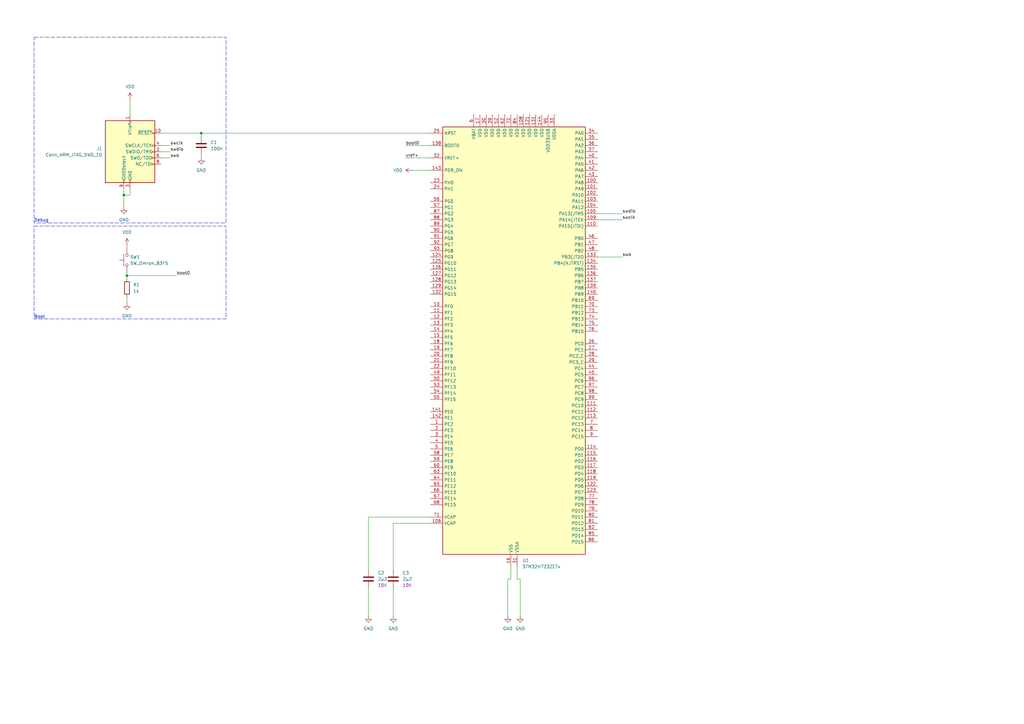
<source format=kicad_sch>
(kicad_sch
	(version 20231120)
	(generator "eeschema")
	(generator_version "8.0")
	(uuid "7628b554-6dea-41b3-8cad-cb4df6b7df3e")
	(paper "A3")
	(lib_symbols
		(symbol "Connector:Conn_ARM_JTAG_SWD_10"
			(pin_names
				(offset 1.016)
			)
			(exclude_from_sim no)
			(in_bom yes)
			(on_board yes)
			(property "Reference" "J"
				(at -2.54 16.51 0)
				(effects
					(font
						(size 1.27 1.27)
					)
					(justify right)
				)
			)
			(property "Value" "Conn_ARM_JTAG_SWD_10"
				(at -2.54 13.97 0)
				(effects
					(font
						(size 1.27 1.27)
					)
					(justify right bottom)
				)
			)
			(property "Footprint" ""
				(at 0 0 0)
				(effects
					(font
						(size 1.27 1.27)
					)
					(hide yes)
				)
			)
			(property "Datasheet" "http://infocenter.arm.com/help/topic/com.arm.doc.ddi0314h/DDI0314H_coresight_components_trm.pdf"
				(at -8.89 -31.75 90)
				(effects
					(font
						(size 1.27 1.27)
					)
					(hide yes)
				)
			)
			(property "Description" "Cortex Debug Connector, standard ARM Cortex-M SWD and JTAG interface"
				(at 0 0 0)
				(effects
					(font
						(size 1.27 1.27)
					)
					(hide yes)
				)
			)
			(property "ki_keywords" "Cortex Debug Connector ARM SWD JTAG"
				(at 0 0 0)
				(effects
					(font
						(size 1.27 1.27)
					)
					(hide yes)
				)
			)
			(property "ki_fp_filters" "PinHeader?2x05?P1.27mm*"
				(at 0 0 0)
				(effects
					(font
						(size 1.27 1.27)
					)
					(hide yes)
				)
			)
			(symbol "Conn_ARM_JTAG_SWD_10_0_1"
				(rectangle
					(start -10.16 12.7)
					(end 10.16 -12.7)
					(stroke
						(width 0.254)
						(type default)
					)
					(fill
						(type background)
					)
				)
				(rectangle
					(start -2.794 -12.7)
					(end -2.286 -11.684)
					(stroke
						(width 0)
						(type default)
					)
					(fill
						(type none)
					)
				)
				(rectangle
					(start -0.254 -12.7)
					(end 0.254 -11.684)
					(stroke
						(width 0)
						(type default)
					)
					(fill
						(type none)
					)
				)
				(rectangle
					(start -0.254 12.7)
					(end 0.254 11.684)
					(stroke
						(width 0)
						(type default)
					)
					(fill
						(type none)
					)
				)
				(rectangle
					(start 9.144 2.286)
					(end 10.16 2.794)
					(stroke
						(width 0)
						(type default)
					)
					(fill
						(type none)
					)
				)
				(rectangle
					(start 10.16 -2.794)
					(end 9.144 -2.286)
					(stroke
						(width 0)
						(type default)
					)
					(fill
						(type none)
					)
				)
				(rectangle
					(start 10.16 -0.254)
					(end 9.144 0.254)
					(stroke
						(width 0)
						(type default)
					)
					(fill
						(type none)
					)
				)
				(rectangle
					(start 10.16 7.874)
					(end 9.144 7.366)
					(stroke
						(width 0)
						(type default)
					)
					(fill
						(type none)
					)
				)
			)
			(symbol "Conn_ARM_JTAG_SWD_10_1_1"
				(rectangle
					(start 9.144 -5.334)
					(end 10.16 -4.826)
					(stroke
						(width 0)
						(type default)
					)
					(fill
						(type none)
					)
				)
				(pin power_in line
					(at 0 15.24 270)
					(length 2.54)
					(name "VTref"
						(effects
							(font
								(size 1.27 1.27)
							)
						)
					)
					(number "1"
						(effects
							(font
								(size 1.27 1.27)
							)
						)
					)
				)
				(pin open_collector line
					(at 12.7 7.62 180)
					(length 2.54)
					(name "~{RESET}"
						(effects
							(font
								(size 1.27 1.27)
							)
						)
					)
					(number "10"
						(effects
							(font
								(size 1.27 1.27)
							)
						)
					)
				)
				(pin bidirectional line
					(at 12.7 0 180)
					(length 2.54)
					(name "SWDIO/TMS"
						(effects
							(font
								(size 1.27 1.27)
							)
						)
					)
					(number "2"
						(effects
							(font
								(size 1.27 1.27)
							)
						)
					)
				)
				(pin power_in line
					(at 0 -15.24 90)
					(length 2.54)
					(name "GND"
						(effects
							(font
								(size 1.27 1.27)
							)
						)
					)
					(number "3"
						(effects
							(font
								(size 1.27 1.27)
							)
						)
					)
				)
				(pin output line
					(at 12.7 2.54 180)
					(length 2.54)
					(name "SWCLK/TCK"
						(effects
							(font
								(size 1.27 1.27)
							)
						)
					)
					(number "4"
						(effects
							(font
								(size 1.27 1.27)
							)
						)
					)
				)
				(pin passive line
					(at 0 -15.24 90)
					(length 2.54) hide
					(name "GND"
						(effects
							(font
								(size 1.27 1.27)
							)
						)
					)
					(number "5"
						(effects
							(font
								(size 1.27 1.27)
							)
						)
					)
				)
				(pin input line
					(at 12.7 -2.54 180)
					(length 2.54)
					(name "SWO/TDO"
						(effects
							(font
								(size 1.27 1.27)
							)
						)
					)
					(number "6"
						(effects
							(font
								(size 1.27 1.27)
							)
						)
					)
				)
				(pin no_connect line
					(at -10.16 0 0)
					(length 2.54) hide
					(name "KEY"
						(effects
							(font
								(size 1.27 1.27)
							)
						)
					)
					(number "7"
						(effects
							(font
								(size 1.27 1.27)
							)
						)
					)
				)
				(pin output line
					(at 12.7 -5.08 180)
					(length 2.54)
					(name "NC/TDI"
						(effects
							(font
								(size 1.27 1.27)
							)
						)
					)
					(number "8"
						(effects
							(font
								(size 1.27 1.27)
							)
						)
					)
				)
				(pin passive line
					(at -2.54 -15.24 90)
					(length 2.54)
					(name "GNDDetect"
						(effects
							(font
								(size 1.27 1.27)
							)
						)
					)
					(number "9"
						(effects
							(font
								(size 1.27 1.27)
							)
						)
					)
				)
			)
		)
		(symbol "Device:C"
			(pin_numbers hide)
			(pin_names
				(offset 0.254)
			)
			(exclude_from_sim no)
			(in_bom yes)
			(on_board yes)
			(property "Reference" "C"
				(at 0.635 2.54 0)
				(effects
					(font
						(size 1.27 1.27)
					)
					(justify left)
				)
			)
			(property "Value" "C"
				(at 0.635 -2.54 0)
				(effects
					(font
						(size 1.27 1.27)
					)
					(justify left)
				)
			)
			(property "Footprint" ""
				(at 0.9652 -3.81 0)
				(effects
					(font
						(size 1.27 1.27)
					)
					(hide yes)
				)
			)
			(property "Datasheet" "~"
				(at 0 0 0)
				(effects
					(font
						(size 1.27 1.27)
					)
					(hide yes)
				)
			)
			(property "Description" "Unpolarized capacitor"
				(at 0 0 0)
				(effects
					(font
						(size 1.27 1.27)
					)
					(hide yes)
				)
			)
			(property "ki_keywords" "cap capacitor"
				(at 0 0 0)
				(effects
					(font
						(size 1.27 1.27)
					)
					(hide yes)
				)
			)
			(property "ki_fp_filters" "C_*"
				(at 0 0 0)
				(effects
					(font
						(size 1.27 1.27)
					)
					(hide yes)
				)
			)
			(symbol "C_0_1"
				(polyline
					(pts
						(xy -2.032 -0.762) (xy 2.032 -0.762)
					)
					(stroke
						(width 0.508)
						(type default)
					)
					(fill
						(type none)
					)
				)
				(polyline
					(pts
						(xy -2.032 0.762) (xy 2.032 0.762)
					)
					(stroke
						(width 0.508)
						(type default)
					)
					(fill
						(type none)
					)
				)
			)
			(symbol "C_1_1"
				(pin passive line
					(at 0 3.81 270)
					(length 2.794)
					(name "~"
						(effects
							(font
								(size 1.27 1.27)
							)
						)
					)
					(number "1"
						(effects
							(font
								(size 1.27 1.27)
							)
						)
					)
				)
				(pin passive line
					(at 0 -3.81 90)
					(length 2.794)
					(name "~"
						(effects
							(font
								(size 1.27 1.27)
							)
						)
					)
					(number "2"
						(effects
							(font
								(size 1.27 1.27)
							)
						)
					)
				)
			)
		)
		(symbol "Device:R"
			(pin_numbers hide)
			(pin_names
				(offset 0)
			)
			(exclude_from_sim no)
			(in_bom yes)
			(on_board yes)
			(property "Reference" "R"
				(at 2.032 0 90)
				(effects
					(font
						(size 1.27 1.27)
					)
				)
			)
			(property "Value" "R"
				(at 0 0 90)
				(effects
					(font
						(size 1.27 1.27)
					)
				)
			)
			(property "Footprint" ""
				(at -1.778 0 90)
				(effects
					(font
						(size 1.27 1.27)
					)
					(hide yes)
				)
			)
			(property "Datasheet" "~"
				(at 0 0 0)
				(effects
					(font
						(size 1.27 1.27)
					)
					(hide yes)
				)
			)
			(property "Description" "Resistor"
				(at 0 0 0)
				(effects
					(font
						(size 1.27 1.27)
					)
					(hide yes)
				)
			)
			(property "ki_keywords" "R res resistor"
				(at 0 0 0)
				(effects
					(font
						(size 1.27 1.27)
					)
					(hide yes)
				)
			)
			(property "ki_fp_filters" "R_*"
				(at 0 0 0)
				(effects
					(font
						(size 1.27 1.27)
					)
					(hide yes)
				)
			)
			(symbol "R_0_1"
				(rectangle
					(start -1.016 -2.54)
					(end 1.016 2.54)
					(stroke
						(width 0.254)
						(type default)
					)
					(fill
						(type none)
					)
				)
			)
			(symbol "R_1_1"
				(pin passive line
					(at 0 3.81 270)
					(length 1.27)
					(name "~"
						(effects
							(font
								(size 1.27 1.27)
							)
						)
					)
					(number "1"
						(effects
							(font
								(size 1.27 1.27)
							)
						)
					)
				)
				(pin passive line
					(at 0 -3.81 90)
					(length 1.27)
					(name "~"
						(effects
							(font
								(size 1.27 1.27)
							)
						)
					)
					(number "2"
						(effects
							(font
								(size 1.27 1.27)
							)
						)
					)
				)
			)
		)
		(symbol "MCU_ST_STM32H7:STM32H723ZETx"
			(exclude_from_sim no)
			(in_bom yes)
			(on_board yes)
			(property "Reference" "U"
				(at -27.94 90.17 0)
				(effects
					(font
						(size 1.27 1.27)
					)
					(justify left)
				)
			)
			(property "Value" "STM32H723ZETx"
				(at 20.32 90.17 0)
				(effects
					(font
						(size 1.27 1.27)
					)
					(justify left)
				)
			)
			(property "Footprint" "Package_QFP:LQFP-144_20x20mm_P0.5mm"
				(at -27.94 -86.36 0)
				(effects
					(font
						(size 1.27 1.27)
					)
					(justify right)
					(hide yes)
				)
			)
			(property "Datasheet" "https://www.st.com/resource/en/datasheet/stm32h723ze.pdf"
				(at 0 0 0)
				(effects
					(font
						(size 1.27 1.27)
					)
					(hide yes)
				)
			)
			(property "Description" "STMicroelectronics Arm Cortex-M7 MCU, 512KB flash, 564KB RAM, 550 MHz, 1.62-3.6V, 114 GPIO, LQFP144"
				(at 0 0 0)
				(effects
					(font
						(size 1.27 1.27)
					)
					(hide yes)
				)
			)
			(property "ki_locked" ""
				(at 0 0 0)
				(effects
					(font
						(size 1.27 1.27)
					)
				)
			)
			(property "ki_keywords" "Arm Cortex-M7 STM32H7 STM32H723/733"
				(at 0 0 0)
				(effects
					(font
						(size 1.27 1.27)
					)
					(hide yes)
				)
			)
			(property "ki_fp_filters" "LQFP*20x20mm*P0.5mm*"
				(at 0 0 0)
				(effects
					(font
						(size 1.27 1.27)
					)
					(hide yes)
				)
			)
			(symbol "STM32H723ZETx_0_1"
				(rectangle
					(start -27.94 -86.36)
					(end 30.48 88.9)
					(stroke
						(width 0.254)
						(type default)
					)
					(fill
						(type background)
					)
				)
			)
			(symbol "STM32H723ZETx_1_1"
				(pin bidirectional line
					(at -33.02 -33.02 0)
					(length 5.08)
					(name "PE2"
						(effects
							(font
								(size 1.27 1.27)
							)
						)
					)
					(number "1"
						(effects
							(font
								(size 1.27 1.27)
							)
						)
					)
					(alternate "DEBUG_TRACECLK" bidirectional line)
					(alternate "ETH_TXD3" bidirectional line)
					(alternate "FMC_A23" bidirectional line)
					(alternate "OCTOSPIM_P1_IO2" bidirectional line)
					(alternate "SAI1_CK1" bidirectional line)
					(alternate "SAI1_MCLK_A" bidirectional line)
					(alternate "SAI4_CK1" bidirectional line)
					(alternate "SAI4_MCLK_A" bidirectional line)
					(alternate "SPI4_SCK" bidirectional line)
					(alternate "USART10_RX" bidirectional line)
				)
				(pin bidirectional line
					(at -33.02 15.24 0)
					(length 5.08)
					(name "PF0"
						(effects
							(font
								(size 1.27 1.27)
							)
						)
					)
					(number "10"
						(effects
							(font
								(size 1.27 1.27)
							)
						)
					)
					(alternate "FMC_A0" bidirectional line)
					(alternate "I2C2_SDA" bidirectional line)
					(alternate "I2C5_SDA" bidirectional line)
					(alternate "OCTOSPIM_P2_IO0" bidirectional line)
					(alternate "TIM23_CH1" bidirectional line)
				)
				(pin bidirectional line
					(at 35.56 66.04 180)
					(length 5.08)
					(name "PA8"
						(effects
							(font
								(size 1.27 1.27)
							)
						)
					)
					(number "100"
						(effects
							(font
								(size 1.27 1.27)
							)
						)
					)
					(alternate "I2C3_SCL" bidirectional line)
					(alternate "I2C5_SCL" bidirectional line)
					(alternate "LTDC_B3" bidirectional line)
					(alternate "LTDC_R6" bidirectional line)
					(alternate "RCC_MCO_1" bidirectional line)
					(alternate "TIM1_CH1" bidirectional line)
					(alternate "TIM8_BKIN2" bidirectional line)
					(alternate "TIM8_BKIN2_COMP1" bidirectional line)
					(alternate "TIM8_BKIN2_COMP2" bidirectional line)
					(alternate "UART7_RX" bidirectional line)
					(alternate "USART1_CK" bidirectional line)
					(alternate "USB_OTG_HS_SOF" bidirectional line)
				)
				(pin bidirectional line
					(at 35.56 63.5 180)
					(length 5.08)
					(name "PA9"
						(effects
							(font
								(size 1.27 1.27)
							)
						)
					)
					(number "101"
						(effects
							(font
								(size 1.27 1.27)
							)
						)
					)
					(alternate "DAC1_EXTI9" bidirectional line)
					(alternate "DCMI_D0" bidirectional line)
					(alternate "ETH_TX_ER" bidirectional line)
					(alternate "I2C3_SMBA" bidirectional line)
					(alternate "I2C5_SMBA" bidirectional line)
					(alternate "I2S2_CK" bidirectional line)
					(alternate "LPUART1_TX" bidirectional line)
					(alternate "LTDC_R5" bidirectional line)
					(alternate "PSSI_D0" bidirectional line)
					(alternate "SPI2_SCK" bidirectional line)
					(alternate "TIM1_CH2" bidirectional line)
					(alternate "USART1_TX" bidirectional line)
					(alternate "USB_OTG_HS_VBUS" bidirectional line)
				)
				(pin bidirectional line
					(at 35.56 60.96 180)
					(length 5.08)
					(name "PA10"
						(effects
							(font
								(size 1.27 1.27)
							)
						)
					)
					(number "102"
						(effects
							(font
								(size 1.27 1.27)
							)
						)
					)
					(alternate "DCMI_D1" bidirectional line)
					(alternate "LPUART1_RX" bidirectional line)
					(alternate "LTDC_B1" bidirectional line)
					(alternate "LTDC_B4" bidirectional line)
					(alternate "MDIOS_MDIO" bidirectional line)
					(alternate "PSSI_D1" bidirectional line)
					(alternate "TIM1_CH3" bidirectional line)
					(alternate "USART1_RX" bidirectional line)
					(alternate "USB_OTG_HS_ID" bidirectional line)
				)
				(pin bidirectional line
					(at 35.56 58.42 180)
					(length 5.08)
					(name "PA11"
						(effects
							(font
								(size 1.27 1.27)
							)
						)
					)
					(number "103"
						(effects
							(font
								(size 1.27 1.27)
							)
						)
					)
					(alternate "ADC1_EXTI11" bidirectional line)
					(alternate "ADC2_EXTI11" bidirectional line)
					(alternate "ADC3_EXTI11" bidirectional line)
					(alternate "FDCAN1_RX" bidirectional line)
					(alternate "I2S2_WS" bidirectional line)
					(alternate "LPUART1_CTS" bidirectional line)
					(alternate "LTDC_R4" bidirectional line)
					(alternate "SPI2_NSS" bidirectional line)
					(alternate "TIM1_CH4" bidirectional line)
					(alternate "UART4_RX" bidirectional line)
					(alternate "USART1_CTS" bidirectional line)
					(alternate "USART1_NSS" bidirectional line)
					(alternate "USB_OTG_HS_DM" bidirectional line)
				)
				(pin bidirectional line
					(at 35.56 55.88 180)
					(length 5.08)
					(name "PA12"
						(effects
							(font
								(size 1.27 1.27)
							)
						)
					)
					(number "104"
						(effects
							(font
								(size 1.27 1.27)
							)
						)
					)
					(alternate "FDCAN1_TX" bidirectional line)
					(alternate "I2S2_CK" bidirectional line)
					(alternate "LPUART1_DE" bidirectional line)
					(alternate "LPUART1_RTS" bidirectional line)
					(alternate "LTDC_R5" bidirectional line)
					(alternate "SAI4_FS_B" bidirectional line)
					(alternate "SPI2_SCK" bidirectional line)
					(alternate "TIM1_BKIN2" bidirectional line)
					(alternate "TIM1_ETR" bidirectional line)
					(alternate "UART4_TX" bidirectional line)
					(alternate "USART1_DE" bidirectional line)
					(alternate "USART1_RTS" bidirectional line)
					(alternate "USB_OTG_HS_DP" bidirectional line)
				)
				(pin bidirectional line
					(at 35.56 53.34 180)
					(length 5.08)
					(name "PA13(JTMS"
						(effects
							(font
								(size 1.27 1.27)
							)
						)
					)
					(number "105"
						(effects
							(font
								(size 1.27 1.27)
							)
						)
					)
					(alternate "DEBUG_JTMS-SWDIO" bidirectional line)
				)
				(pin power_out line
					(at -33.02 -73.66 0)
					(length 5.08)
					(name "VCAP"
						(effects
							(font
								(size 1.27 1.27)
							)
						)
					)
					(number "106"
						(effects
							(font
								(size 1.27 1.27)
							)
						)
					)
				)
				(pin passive line
					(at 0 -91.44 90)
					(length 5.08) hide
					(name "VSS"
						(effects
							(font
								(size 1.27 1.27)
							)
						)
					)
					(number "107"
						(effects
							(font
								(size 1.27 1.27)
							)
						)
					)
				)
				(pin power_in line
					(at 5.08 93.98 270)
					(length 5.08)
					(name "VDD"
						(effects
							(font
								(size 1.27 1.27)
							)
						)
					)
					(number "108"
						(effects
							(font
								(size 1.27 1.27)
							)
						)
					)
				)
				(pin bidirectional line
					(at 35.56 50.8 180)
					(length 5.08)
					(name "PA14(JTCK"
						(effects
							(font
								(size 1.27 1.27)
							)
						)
					)
					(number "109"
						(effects
							(font
								(size 1.27 1.27)
							)
						)
					)
					(alternate "DEBUG_JTCK-SWCLK" bidirectional line)
				)
				(pin bidirectional line
					(at -33.02 12.7 0)
					(length 5.08)
					(name "PF1"
						(effects
							(font
								(size 1.27 1.27)
							)
						)
					)
					(number "11"
						(effects
							(font
								(size 1.27 1.27)
							)
						)
					)
					(alternate "FMC_A1" bidirectional line)
					(alternate "I2C2_SCL" bidirectional line)
					(alternate "I2C5_SCL" bidirectional line)
					(alternate "OCTOSPIM_P2_IO1" bidirectional line)
					(alternate "TIM23_CH2" bidirectional line)
				)
				(pin bidirectional line
					(at 35.56 48.26 180)
					(length 5.08)
					(name "PA15(JTDI)"
						(effects
							(font
								(size 1.27 1.27)
							)
						)
					)
					(number "110"
						(effects
							(font
								(size 1.27 1.27)
							)
						)
					)
					(alternate "ADC1_EXTI15" bidirectional line)
					(alternate "ADC2_EXTI15" bidirectional line)
					(alternate "ADC3_EXTI15" bidirectional line)
					(alternate "CEC" bidirectional line)
					(alternate "DEBUG_JTDI" bidirectional line)
					(alternate "I2S1_WS" bidirectional line)
					(alternate "I2S3_WS" bidirectional line)
					(alternate "I2S6_WS" bidirectional line)
					(alternate "LTDC_B6" bidirectional line)
					(alternate "LTDC_R3" bidirectional line)
					(alternate "SPI1_NSS" bidirectional line)
					(alternate "SPI3_NSS" bidirectional line)
					(alternate "SPI6_NSS" bidirectional line)
					(alternate "TIM2_CH1" bidirectional line)
					(alternate "TIM2_ETR" bidirectional line)
					(alternate "UART4_DE" bidirectional line)
					(alternate "UART4_RTS" bidirectional line)
					(alternate "UART7_TX" bidirectional line)
				)
				(pin bidirectional line
					(at 35.56 -25.4 180)
					(length 5.08)
					(name "PC10"
						(effects
							(font
								(size 1.27 1.27)
							)
						)
					)
					(number "111"
						(effects
							(font
								(size 1.27 1.27)
							)
						)
					)
					(alternate "DCMI_D8" bidirectional line)
					(alternate "DFSDM1_CKIN5" bidirectional line)
					(alternate "I2C5_SDA" bidirectional line)
					(alternate "I2S3_CK" bidirectional line)
					(alternate "LTDC_B1" bidirectional line)
					(alternate "LTDC_R2" bidirectional line)
					(alternate "OCTOSPIM_P1_IO1" bidirectional line)
					(alternate "PSSI_D8" bidirectional line)
					(alternate "SDMMC1_D2" bidirectional line)
					(alternate "SPI3_SCK" bidirectional line)
					(alternate "SWPMI1_RX" bidirectional line)
					(alternate "UART4_TX" bidirectional line)
					(alternate "USART3_TX" bidirectional line)
				)
				(pin bidirectional line
					(at 35.56 -27.94 180)
					(length 5.08)
					(name "PC11"
						(effects
							(font
								(size 1.27 1.27)
							)
						)
					)
					(number "112"
						(effects
							(font
								(size 1.27 1.27)
							)
						)
					)
					(alternate "ADC1_EXTI11" bidirectional line)
					(alternate "ADC2_EXTI11" bidirectional line)
					(alternate "ADC3_EXTI11" bidirectional line)
					(alternate "DCMI_D4" bidirectional line)
					(alternate "DFSDM1_DATIN5" bidirectional line)
					(alternate "I2C5_SCL" bidirectional line)
					(alternate "I2S3_SDI" bidirectional line)
					(alternate "LTDC_B4" bidirectional line)
					(alternate "OCTOSPIM_P1_NCS" bidirectional line)
					(alternate "PSSI_D4" bidirectional line)
					(alternate "SDMMC1_D3" bidirectional line)
					(alternate "SPI3_MISO" bidirectional line)
					(alternate "UART4_RX" bidirectional line)
					(alternate "USART3_RX" bidirectional line)
				)
				(pin bidirectional line
					(at 35.56 -30.48 180)
					(length 5.08)
					(name "PC12"
						(effects
							(font
								(size 1.27 1.27)
							)
						)
					)
					(number "113"
						(effects
							(font
								(size 1.27 1.27)
							)
						)
					)
					(alternate "DCMI_D9" bidirectional line)
					(alternate "DEBUG_TRACED3" bidirectional line)
					(alternate "FMC_D6" bidirectional line)
					(alternate "FMC_DA6" bidirectional line)
					(alternate "I2C5_SMBA" bidirectional line)
					(alternate "I2S3_SDO" bidirectional line)
					(alternate "I2S6_CK" bidirectional line)
					(alternate "LTDC_R6" bidirectional line)
					(alternate "PSSI_D9" bidirectional line)
					(alternate "SDMMC1_CK" bidirectional line)
					(alternate "SPI3_MOSI" bidirectional line)
					(alternate "SPI6_SCK" bidirectional line)
					(alternate "TIM15_CH1" bidirectional line)
					(alternate "UART5_TX" bidirectional line)
					(alternate "USART3_CK" bidirectional line)
				)
				(pin bidirectional line
					(at 35.56 -43.18 180)
					(length 5.08)
					(name "PD0"
						(effects
							(font
								(size 1.27 1.27)
							)
						)
					)
					(number "114"
						(effects
							(font
								(size 1.27 1.27)
							)
						)
					)
					(alternate "DFSDM1_CKIN6" bidirectional line)
					(alternate "FDCAN1_RX" bidirectional line)
					(alternate "FMC_D2" bidirectional line)
					(alternate "FMC_DA2" bidirectional line)
					(alternate "LTDC_B1" bidirectional line)
					(alternate "UART4_RX" bidirectional line)
					(alternate "UART9_CTS" bidirectional line)
				)
				(pin bidirectional line
					(at 35.56 -45.72 180)
					(length 5.08)
					(name "PD1"
						(effects
							(font
								(size 1.27 1.27)
							)
						)
					)
					(number "115"
						(effects
							(font
								(size 1.27 1.27)
							)
						)
					)
					(alternate "DFSDM1_DATIN6" bidirectional line)
					(alternate "FDCAN1_TX" bidirectional line)
					(alternate "FMC_D3" bidirectional line)
					(alternate "FMC_DA3" bidirectional line)
					(alternate "UART4_TX" bidirectional line)
				)
				(pin bidirectional line
					(at 35.56 -48.26 180)
					(length 5.08)
					(name "PD2"
						(effects
							(font
								(size 1.27 1.27)
							)
						)
					)
					(number "116"
						(effects
							(font
								(size 1.27 1.27)
							)
						)
					)
					(alternate "DCMI_D11" bidirectional line)
					(alternate "DEBUG_TRACED2" bidirectional line)
					(alternate "FMC_D7" bidirectional line)
					(alternate "FMC_DA7" bidirectional line)
					(alternate "LTDC_B2" bidirectional line)
					(alternate "LTDC_B7" bidirectional line)
					(alternate "PSSI_D11" bidirectional line)
					(alternate "SDMMC1_CMD" bidirectional line)
					(alternate "TIM15_BKIN" bidirectional line)
					(alternate "TIM3_ETR" bidirectional line)
					(alternate "UART5_RX" bidirectional line)
				)
				(pin bidirectional line
					(at 35.56 -50.8 180)
					(length 5.08)
					(name "PD3"
						(effects
							(font
								(size 1.27 1.27)
							)
						)
					)
					(number "117"
						(effects
							(font
								(size 1.27 1.27)
							)
						)
					)
					(alternate "DCMI_D5" bidirectional line)
					(alternate "DFSDM1_CKOUT" bidirectional line)
					(alternate "FMC_CLK" bidirectional line)
					(alternate "I2S2_CK" bidirectional line)
					(alternate "LTDC_G7" bidirectional line)
					(alternate "PSSI_D5" bidirectional line)
					(alternate "SPI2_SCK" bidirectional line)
					(alternate "USART2_CTS" bidirectional line)
					(alternate "USART2_NSS" bidirectional line)
				)
				(pin bidirectional line
					(at 35.56 -53.34 180)
					(length 5.08)
					(name "PD4"
						(effects
							(font
								(size 1.27 1.27)
							)
						)
					)
					(number "118"
						(effects
							(font
								(size 1.27 1.27)
							)
						)
					)
					(alternate "FMC_NOE" bidirectional line)
					(alternate "OCTOSPIM_P1_IO4" bidirectional line)
					(alternate "USART2_DE" bidirectional line)
					(alternate "USART2_RTS" bidirectional line)
				)
				(pin bidirectional line
					(at 35.56 -55.88 180)
					(length 5.08)
					(name "PD5"
						(effects
							(font
								(size 1.27 1.27)
							)
						)
					)
					(number "119"
						(effects
							(font
								(size 1.27 1.27)
							)
						)
					)
					(alternate "FMC_NWE" bidirectional line)
					(alternate "OCTOSPIM_P1_IO5" bidirectional line)
					(alternate "USART2_TX" bidirectional line)
				)
				(pin bidirectional line
					(at -33.02 10.16 0)
					(length 5.08)
					(name "PF2"
						(effects
							(font
								(size 1.27 1.27)
							)
						)
					)
					(number "12"
						(effects
							(font
								(size 1.27 1.27)
							)
						)
					)
					(alternate "FMC_A2" bidirectional line)
					(alternate "I2C2_SMBA" bidirectional line)
					(alternate "I2C5_SMBA" bidirectional line)
					(alternate "OCTOSPIM_P2_IO2" bidirectional line)
					(alternate "TIM23_CH3" bidirectional line)
				)
				(pin passive line
					(at 0 -91.44 90)
					(length 5.08) hide
					(name "VSS"
						(effects
							(font
								(size 1.27 1.27)
							)
						)
					)
					(number "120"
						(effects
							(font
								(size 1.27 1.27)
							)
						)
					)
				)
				(pin power_in line
					(at 7.62 93.98 270)
					(length 5.08)
					(name "VDD"
						(effects
							(font
								(size 1.27 1.27)
							)
						)
					)
					(number "121"
						(effects
							(font
								(size 1.27 1.27)
							)
						)
					)
				)
				(pin bidirectional line
					(at 35.56 -58.42 180)
					(length 5.08)
					(name "PD6"
						(effects
							(font
								(size 1.27 1.27)
							)
						)
					)
					(number "122"
						(effects
							(font
								(size 1.27 1.27)
							)
						)
					)
					(alternate "DCMI_D10" bidirectional line)
					(alternate "DFSDM1_CKIN4" bidirectional line)
					(alternate "DFSDM1_DATIN1" bidirectional line)
					(alternate "FMC_NWAIT" bidirectional line)
					(alternate "I2S3_SDO" bidirectional line)
					(alternate "LTDC_B2" bidirectional line)
					(alternate "OCTOSPIM_P1_IO6" bidirectional line)
					(alternate "PSSI_D10" bidirectional line)
					(alternate "SAI1_D1" bidirectional line)
					(alternate "SAI1_SD_A" bidirectional line)
					(alternate "SAI4_D1" bidirectional line)
					(alternate "SAI4_SD_A" bidirectional line)
					(alternate "SDMMC2_CK" bidirectional line)
					(alternate "SPI3_MOSI" bidirectional line)
					(alternate "USART2_RX" bidirectional line)
				)
				(pin bidirectional line
					(at 35.56 -60.96 180)
					(length 5.08)
					(name "PD7"
						(effects
							(font
								(size 1.27 1.27)
							)
						)
					)
					(number "123"
						(effects
							(font
								(size 1.27 1.27)
							)
						)
					)
					(alternate "DFSDM1_CKIN1" bidirectional line)
					(alternate "DFSDM1_DATIN4" bidirectional line)
					(alternate "FMC_NE1" bidirectional line)
					(alternate "I2S1_SDO" bidirectional line)
					(alternate "OCTOSPIM_P1_IO7" bidirectional line)
					(alternate "SDMMC2_CMD" bidirectional line)
					(alternate "SPDIFRX1_IN0" bidirectional line)
					(alternate "SPI1_MOSI" bidirectional line)
					(alternate "USART2_CK" bidirectional line)
				)
				(pin bidirectional line
					(at -33.02 35.56 0)
					(length 5.08)
					(name "PG9"
						(effects
							(font
								(size 1.27 1.27)
							)
						)
					)
					(number "124"
						(effects
							(font
								(size 1.27 1.27)
							)
						)
					)
					(alternate "DAC1_EXTI9" bidirectional line)
					(alternate "DCMI_VSYNC" bidirectional line)
					(alternate "FDCAN3_TX" bidirectional line)
					(alternate "FMC_NCE" bidirectional line)
					(alternate "FMC_NE2" bidirectional line)
					(alternate "I2S1_SDI" bidirectional line)
					(alternate "OCTOSPIM_P1_IO6" bidirectional line)
					(alternate "PSSI_RDY" bidirectional line)
					(alternate "SAI4_FS_B" bidirectional line)
					(alternate "SDMMC2_D0" bidirectional line)
					(alternate "SPDIFRX1_IN3" bidirectional line)
					(alternate "SPI1_MISO" bidirectional line)
					(alternate "USART6_RX" bidirectional line)
				)
				(pin bidirectional line
					(at -33.02 33.02 0)
					(length 5.08)
					(name "PG10"
						(effects
							(font
								(size 1.27 1.27)
							)
						)
					)
					(number "125"
						(effects
							(font
								(size 1.27 1.27)
							)
						)
					)
					(alternate "DCMI_D2" bidirectional line)
					(alternate "FDCAN3_RX" bidirectional line)
					(alternate "FMC_NE3" bidirectional line)
					(alternate "I2S1_WS" bidirectional line)
					(alternate "LTDC_B2" bidirectional line)
					(alternate "LTDC_G3" bidirectional line)
					(alternate "OCTOSPIM_P2_IO6" bidirectional line)
					(alternate "PSSI_D2" bidirectional line)
					(alternate "SAI4_SD_B" bidirectional line)
					(alternate "SDMMC2_D1" bidirectional line)
					(alternate "SPI1_NSS" bidirectional line)
				)
				(pin bidirectional line
					(at -33.02 30.48 0)
					(length 5.08)
					(name "PG11"
						(effects
							(font
								(size 1.27 1.27)
							)
						)
					)
					(number "126"
						(effects
							(font
								(size 1.27 1.27)
							)
						)
					)
					(alternate "ADC1_EXTI11" bidirectional line)
					(alternate "ADC2_EXTI11" bidirectional line)
					(alternate "ADC3_EXTI11" bidirectional line)
					(alternate "DCMI_D3" bidirectional line)
					(alternate "ETH_TX_EN" bidirectional line)
					(alternate "I2S1_CK" bidirectional line)
					(alternate "LPTIM1_IN2" bidirectional line)
					(alternate "LTDC_B3" bidirectional line)
					(alternate "OCTOSPIM_P2_IO7" bidirectional line)
					(alternate "PSSI_D3" bidirectional line)
					(alternate "SDMMC2_D2" bidirectional line)
					(alternate "SPDIFRX1_IN0" bidirectional line)
					(alternate "SPI1_SCK" bidirectional line)
					(alternate "USART10_RX" bidirectional line)
				)
				(pin bidirectional line
					(at -33.02 27.94 0)
					(length 5.08)
					(name "PG12"
						(effects
							(font
								(size 1.27 1.27)
							)
						)
					)
					(number "127"
						(effects
							(font
								(size 1.27 1.27)
							)
						)
					)
					(alternate "ETH_TXD1" bidirectional line)
					(alternate "FMC_NE4" bidirectional line)
					(alternate "I2S6_SDI" bidirectional line)
					(alternate "LPTIM1_IN1" bidirectional line)
					(alternate "LTDC_B1" bidirectional line)
					(alternate "LTDC_B4" bidirectional line)
					(alternate "OCTOSPIM_P2_NCS" bidirectional line)
					(alternate "SDMMC2_D3" bidirectional line)
					(alternate "SPDIFRX1_IN1" bidirectional line)
					(alternate "SPI6_MISO" bidirectional line)
					(alternate "TIM23_CH1" bidirectional line)
					(alternate "USART10_TX" bidirectional line)
					(alternate "USART6_DE" bidirectional line)
					(alternate "USART6_RTS" bidirectional line)
				)
				(pin bidirectional line
					(at -33.02 25.4 0)
					(length 5.08)
					(name "PG13"
						(effects
							(font
								(size 1.27 1.27)
							)
						)
					)
					(number "128"
						(effects
							(font
								(size 1.27 1.27)
							)
						)
					)
					(alternate "DEBUG_TRACED0" bidirectional line)
					(alternate "ETH_TXD0" bidirectional line)
					(alternate "FMC_A24" bidirectional line)
					(alternate "I2S6_CK" bidirectional line)
					(alternate "LPTIM1_OUT" bidirectional line)
					(alternate "LTDC_R0" bidirectional line)
					(alternate "SDMMC2_D6" bidirectional line)
					(alternate "SPI6_SCK" bidirectional line)
					(alternate "TIM23_CH2" bidirectional line)
					(alternate "USART10_CTS" bidirectional line)
					(alternate "USART10_NSS" bidirectional line)
					(alternate "USART6_CTS" bidirectional line)
					(alternate "USART6_NSS" bidirectional line)
				)
				(pin bidirectional line
					(at -33.02 22.86 0)
					(length 5.08)
					(name "PG14"
						(effects
							(font
								(size 1.27 1.27)
							)
						)
					)
					(number "129"
						(effects
							(font
								(size 1.27 1.27)
							)
						)
					)
					(alternate "DEBUG_TRACED1" bidirectional line)
					(alternate "ETH_TXD1" bidirectional line)
					(alternate "FMC_A25" bidirectional line)
					(alternate "I2S6_SDO" bidirectional line)
					(alternate "LPTIM1_ETR" bidirectional line)
					(alternate "LTDC_B0" bidirectional line)
					(alternate "OCTOSPIM_P1_IO7" bidirectional line)
					(alternate "SDMMC2_D7" bidirectional line)
					(alternate "SPI6_MOSI" bidirectional line)
					(alternate "TIM23_CH3" bidirectional line)
					(alternate "USART10_DE" bidirectional line)
					(alternate "USART10_RTS" bidirectional line)
					(alternate "USART6_TX" bidirectional line)
				)
				(pin bidirectional line
					(at -33.02 7.62 0)
					(length 5.08)
					(name "PF3"
						(effects
							(font
								(size 1.27 1.27)
							)
						)
					)
					(number "13"
						(effects
							(font
								(size 1.27 1.27)
							)
						)
					)
					(alternate "ADC3_INP5" bidirectional line)
					(alternate "FMC_A3" bidirectional line)
					(alternate "OCTOSPIM_P2_IO3" bidirectional line)
					(alternate "TIM23_CH4" bidirectional line)
				)
				(pin passive line
					(at 0 -91.44 90)
					(length 5.08) hide
					(name "VSS"
						(effects
							(font
								(size 1.27 1.27)
							)
						)
					)
					(number "130"
						(effects
							(font
								(size 1.27 1.27)
							)
						)
					)
				)
				(pin power_in line
					(at 10.16 93.98 270)
					(length 5.08)
					(name "VDD"
						(effects
							(font
								(size 1.27 1.27)
							)
						)
					)
					(number "131"
						(effects
							(font
								(size 1.27 1.27)
							)
						)
					)
				)
				(pin bidirectional line
					(at -33.02 20.32 0)
					(length 5.08)
					(name "PG15"
						(effects
							(font
								(size 1.27 1.27)
							)
						)
					)
					(number "132"
						(effects
							(font
								(size 1.27 1.27)
							)
						)
					)
					(alternate "ADC1_EXTI15" bidirectional line)
					(alternate "ADC2_EXTI15" bidirectional line)
					(alternate "ADC3_EXTI15" bidirectional line)
					(alternate "DCMI_D13" bidirectional line)
					(alternate "FMC_SDNCAS" bidirectional line)
					(alternate "OCTOSPIM_P2_DQS" bidirectional line)
					(alternate "PSSI_D13" bidirectional line)
					(alternate "USART10_CK" bidirectional line)
					(alternate "USART6_CTS" bidirectional line)
					(alternate "USART6_NSS" bidirectional line)
				)
				(pin bidirectional line
					(at 35.56 35.56 180)
					(length 5.08)
					(name "PB3(JTDO"
						(effects
							(font
								(size 1.27 1.27)
							)
						)
					)
					(number "133"
						(effects
							(font
								(size 1.27 1.27)
							)
						)
					)
					(alternate "CRS_SYNC" bidirectional line)
					(alternate "DEBUG_JTDO-SWO" bidirectional line)
					(alternate "I2S1_CK" bidirectional line)
					(alternate "I2S3_CK" bidirectional line)
					(alternate "I2S6_CK" bidirectional line)
					(alternate "SDMMC2_D2" bidirectional line)
					(alternate "SPI1_SCK" bidirectional line)
					(alternate "SPI3_SCK" bidirectional line)
					(alternate "SPI6_SCK" bidirectional line)
					(alternate "TIM24_ETR" bidirectional line)
					(alternate "TIM2_CH2" bidirectional line)
					(alternate "UART7_RX" bidirectional line)
				)
				(pin bidirectional line
					(at 35.56 33.02 180)
					(length 5.08)
					(name "PB4(NJTRST)"
						(effects
							(font
								(size 1.27 1.27)
							)
						)
					)
					(number "134"
						(effects
							(font
								(size 1.27 1.27)
							)
						)
					)
					(alternate "DEBUG_JTRST" bidirectional line)
					(alternate "I2S1_SDI" bidirectional line)
					(alternate "I2S2_WS" bidirectional line)
					(alternate "I2S3_SDI" bidirectional line)
					(alternate "I2S6_SDI" bidirectional line)
					(alternate "SDMMC2_D3" bidirectional line)
					(alternate "SPI1_MISO" bidirectional line)
					(alternate "SPI2_NSS" bidirectional line)
					(alternate "SPI3_MISO" bidirectional line)
					(alternate "SPI6_MISO" bidirectional line)
					(alternate "TIM16_BKIN" bidirectional line)
					(alternate "TIM3_CH1" bidirectional line)
					(alternate "UART7_TX" bidirectional line)
				)
				(pin bidirectional line
					(at 35.56 30.48 180)
					(length 5.08)
					(name "PB5"
						(effects
							(font
								(size 1.27 1.27)
							)
						)
					)
					(number "135"
						(effects
							(font
								(size 1.27 1.27)
							)
						)
					)
					(alternate "DCMI_D10" bidirectional line)
					(alternate "ETH_PPS_OUT" bidirectional line)
					(alternate "FDCAN2_RX" bidirectional line)
					(alternate "FMC_SDCKE1" bidirectional line)
					(alternate "I2C1_SMBA" bidirectional line)
					(alternate "I2C4_SMBA" bidirectional line)
					(alternate "I2S1_SDO" bidirectional line)
					(alternate "I2S3_SDO" bidirectional line)
					(alternate "I2S6_SDO" bidirectional line)
					(alternate "LTDC_B5" bidirectional line)
					(alternate "PSSI_D10" bidirectional line)
					(alternate "SPI1_MOSI" bidirectional line)
					(alternate "SPI3_MOSI" bidirectional line)
					(alternate "SPI6_MOSI" bidirectional line)
					(alternate "TIM17_BKIN" bidirectional line)
					(alternate "TIM3_CH2" bidirectional line)
					(alternate "UART5_RX" bidirectional line)
					(alternate "USB_OTG_HS_ULPI_D7" bidirectional line)
				)
				(pin bidirectional line
					(at 35.56 27.94 180)
					(length 5.08)
					(name "PB6"
						(effects
							(font
								(size 1.27 1.27)
							)
						)
					)
					(number "136"
						(effects
							(font
								(size 1.27 1.27)
							)
						)
					)
					(alternate "CEC" bidirectional line)
					(alternate "DCMI_D5" bidirectional line)
					(alternate "DFSDM1_DATIN5" bidirectional line)
					(alternate "FDCAN2_TX" bidirectional line)
					(alternate "FMC_SDNE1" bidirectional line)
					(alternate "I2C1_SCL" bidirectional line)
					(alternate "I2C4_SCL" bidirectional line)
					(alternate "LPUART1_TX" bidirectional line)
					(alternate "OCTOSPIM_P1_NCS" bidirectional line)
					(alternate "PSSI_D5" bidirectional line)
					(alternate "TIM16_CH1N" bidirectional line)
					(alternate "TIM4_CH1" bidirectional line)
					(alternate "UART5_TX" bidirectional line)
					(alternate "USART1_TX" bidirectional line)
				)
				(pin bidirectional line
					(at 35.56 25.4 180)
					(length 5.08)
					(name "PB7"
						(effects
							(font
								(size 1.27 1.27)
							)
						)
					)
					(number "137"
						(effects
							(font
								(size 1.27 1.27)
							)
						)
					)
					(alternate "DCMI_VSYNC" bidirectional line)
					(alternate "DFSDM1_CKIN5" bidirectional line)
					(alternate "FMC_NL" bidirectional line)
					(alternate "I2C1_SDA" bidirectional line)
					(alternate "I2C4_SDA" bidirectional line)
					(alternate "LPUART1_RX" bidirectional line)
					(alternate "PSSI_RDY" bidirectional line)
					(alternate "PWR_PVD_IN" bidirectional line)
					(alternate "TIM17_CH1N" bidirectional line)
					(alternate "TIM4_CH2" bidirectional line)
					(alternate "USART1_RX" bidirectional line)
				)
				(pin input line
					(at -33.02 81.28 0)
					(length 5.08)
					(name "BOOT0"
						(effects
							(font
								(size 1.27 1.27)
							)
						)
					)
					(number "138"
						(effects
							(font
								(size 1.27 1.27)
							)
						)
					)
				)
				(pin bidirectional line
					(at 35.56 22.86 180)
					(length 5.08)
					(name "PB8"
						(effects
							(font
								(size 1.27 1.27)
							)
						)
					)
					(number "139"
						(effects
							(font
								(size 1.27 1.27)
							)
						)
					)
					(alternate "DCMI_D6" bidirectional line)
					(alternate "DFSDM1_CKIN7" bidirectional line)
					(alternate "ETH_TXD3" bidirectional line)
					(alternate "FDCAN1_RX" bidirectional line)
					(alternate "I2C1_SCL" bidirectional line)
					(alternate "I2C4_SCL" bidirectional line)
					(alternate "LTDC_B6" bidirectional line)
					(alternate "PSSI_D6" bidirectional line)
					(alternate "SDMMC1_CKIN" bidirectional line)
					(alternate "SDMMC1_D4" bidirectional line)
					(alternate "SDMMC2_D4" bidirectional line)
					(alternate "TIM16_CH1" bidirectional line)
					(alternate "TIM4_CH3" bidirectional line)
					(alternate "UART4_RX" bidirectional line)
				)
				(pin bidirectional line
					(at -33.02 5.08 0)
					(length 5.08)
					(name "PF4"
						(effects
							(font
								(size 1.27 1.27)
							)
						)
					)
					(number "14"
						(effects
							(font
								(size 1.27 1.27)
							)
						)
					)
					(alternate "ADC3_INN5" bidirectional line)
					(alternate "ADC3_INP9" bidirectional line)
					(alternate "FMC_A4" bidirectional line)
					(alternate "OCTOSPIM_P2_CLK" bidirectional line)
				)
				(pin bidirectional line
					(at 35.56 20.32 180)
					(length 5.08)
					(name "PB9"
						(effects
							(font
								(size 1.27 1.27)
							)
						)
					)
					(number "140"
						(effects
							(font
								(size 1.27 1.27)
							)
						)
					)
					(alternate "DAC1_EXTI9" bidirectional line)
					(alternate "DCMI_D7" bidirectional line)
					(alternate "DFSDM1_DATIN7" bidirectional line)
					(alternate "FDCAN1_TX" bidirectional line)
					(alternate "I2C1_SDA" bidirectional line)
					(alternate "I2C4_SDA" bidirectional line)
					(alternate "I2C4_SMBA" bidirectional line)
					(alternate "I2S2_WS" bidirectional line)
					(alternate "LTDC_B7" bidirectional line)
					(alternate "PSSI_D7" bidirectional line)
					(alternate "SDMMC1_CDIR" bidirectional line)
					(alternate "SDMMC1_D5" bidirectional line)
					(alternate "SDMMC2_D5" bidirectional line)
					(alternate "SPI2_NSS" bidirectional line)
					(alternate "TIM17_CH1" bidirectional line)
					(alternate "TIM4_CH4" bidirectional line)
					(alternate "UART4_TX" bidirectional line)
				)
				(pin bidirectional line
					(at -33.02 -27.94 0)
					(length 5.08)
					(name "PE0"
						(effects
							(font
								(size 1.27 1.27)
							)
						)
					)
					(number "141"
						(effects
							(font
								(size 1.27 1.27)
							)
						)
					)
					(alternate "DCMI_D2" bidirectional line)
					(alternate "FMC_NBL0" bidirectional line)
					(alternate "LPTIM1_ETR" bidirectional line)
					(alternate "LPTIM2_ETR" bidirectional line)
					(alternate "LTDC_R0" bidirectional line)
					(alternate "PSSI_D2" bidirectional line)
					(alternate "SAI4_MCLK_A" bidirectional line)
					(alternate "TIM4_ETR" bidirectional line)
					(alternate "UART8_RX" bidirectional line)
				)
				(pin bidirectional line
					(at -33.02 -30.48 0)
					(length 5.08)
					(name "PE1"
						(effects
							(font
								(size 1.27 1.27)
							)
						)
					)
					(number "142"
						(effects
							(font
								(size 1.27 1.27)
							)
						)
					)
					(alternate "DCMI_D3" bidirectional line)
					(alternate "FMC_NBL1" bidirectional line)
					(alternate "LPTIM1_IN2" bidirectional line)
					(alternate "LTDC_R6" bidirectional line)
					(alternate "PSSI_D3" bidirectional line)
					(alternate "UART8_TX" bidirectional line)
				)
				(pin input line
					(at -33.02 71.12 0)
					(length 5.08)
					(name "PDR_ON"
						(effects
							(font
								(size 1.27 1.27)
							)
						)
					)
					(number "143"
						(effects
							(font
								(size 1.27 1.27)
							)
						)
					)
				)
				(pin power_in line
					(at 12.7 93.98 270)
					(length 5.08)
					(name "VDD"
						(effects
							(font
								(size 1.27 1.27)
							)
						)
					)
					(number "144"
						(effects
							(font
								(size 1.27 1.27)
							)
						)
					)
				)
				(pin bidirectional line
					(at -33.02 2.54 0)
					(length 5.08)
					(name "PF5"
						(effects
							(font
								(size 1.27 1.27)
							)
						)
					)
					(number "15"
						(effects
							(font
								(size 1.27 1.27)
							)
						)
					)
					(alternate "ADC3_INP4" bidirectional line)
					(alternate "FMC_A5" bidirectional line)
					(alternate "OCTOSPIM_P2_NCLK" bidirectional line)
				)
				(pin power_in line
					(at 0 -91.44 90)
					(length 5.08)
					(name "VSS"
						(effects
							(font
								(size 1.27 1.27)
							)
						)
					)
					(number "16"
						(effects
							(font
								(size 1.27 1.27)
							)
						)
					)
				)
				(pin power_in line
					(at -12.7 93.98 270)
					(length 5.08)
					(name "VDD"
						(effects
							(font
								(size 1.27 1.27)
							)
						)
					)
					(number "17"
						(effects
							(font
								(size 1.27 1.27)
							)
						)
					)
				)
				(pin bidirectional line
					(at -33.02 0 0)
					(length 5.08)
					(name "PF6"
						(effects
							(font
								(size 1.27 1.27)
							)
						)
					)
					(number "18"
						(effects
							(font
								(size 1.27 1.27)
							)
						)
					)
					(alternate "ADC3_INN4" bidirectional line)
					(alternate "ADC3_INP8" bidirectional line)
					(alternate "FDCAN3_RX" bidirectional line)
					(alternate "OCTOSPIM_P1_IO3" bidirectional line)
					(alternate "SAI1_SD_B" bidirectional line)
					(alternate "SAI4_SD_B" bidirectional line)
					(alternate "SPI5_NSS" bidirectional line)
					(alternate "TIM16_CH1" bidirectional line)
					(alternate "TIM23_CH1" bidirectional line)
					(alternate "UART7_RX" bidirectional line)
				)
				(pin bidirectional line
					(at -33.02 -2.54 0)
					(length 5.08)
					(name "PF7"
						(effects
							(font
								(size 1.27 1.27)
							)
						)
					)
					(number "19"
						(effects
							(font
								(size 1.27 1.27)
							)
						)
					)
					(alternate "ADC3_INP3" bidirectional line)
					(alternate "FDCAN3_TX" bidirectional line)
					(alternate "OCTOSPIM_P1_IO2" bidirectional line)
					(alternate "SAI1_MCLK_B" bidirectional line)
					(alternate "SAI4_MCLK_B" bidirectional line)
					(alternate "SPI5_SCK" bidirectional line)
					(alternate "TIM17_CH1" bidirectional line)
					(alternate "TIM23_CH2" bidirectional line)
					(alternate "UART7_TX" bidirectional line)
				)
				(pin bidirectional line
					(at -33.02 -35.56 0)
					(length 5.08)
					(name "PE3"
						(effects
							(font
								(size 1.27 1.27)
							)
						)
					)
					(number "2"
						(effects
							(font
								(size 1.27 1.27)
							)
						)
					)
					(alternate "DEBUG_TRACED0" bidirectional line)
					(alternate "FMC_A19" bidirectional line)
					(alternate "SAI1_SD_B" bidirectional line)
					(alternate "SAI4_SD_B" bidirectional line)
					(alternate "TIM15_BKIN" bidirectional line)
					(alternate "USART10_TX" bidirectional line)
				)
				(pin bidirectional line
					(at -33.02 -5.08 0)
					(length 5.08)
					(name "PF8"
						(effects
							(font
								(size 1.27 1.27)
							)
						)
					)
					(number "20"
						(effects
							(font
								(size 1.27 1.27)
							)
						)
					)
					(alternate "ADC3_INN3" bidirectional line)
					(alternate "ADC3_INP7" bidirectional line)
					(alternate "OCTOSPIM_P1_IO0" bidirectional line)
					(alternate "SAI1_SCK_B" bidirectional line)
					(alternate "SAI4_SCK_B" bidirectional line)
					(alternate "SPI5_MISO" bidirectional line)
					(alternate "TIM13_CH1" bidirectional line)
					(alternate "TIM16_CH1N" bidirectional line)
					(alternate "TIM23_CH3" bidirectional line)
					(alternate "UART7_DE" bidirectional line)
					(alternate "UART7_RTS" bidirectional line)
				)
				(pin bidirectional line
					(at -33.02 -7.62 0)
					(length 5.08)
					(name "PF9"
						(effects
							(font
								(size 1.27 1.27)
							)
						)
					)
					(number "21"
						(effects
							(font
								(size 1.27 1.27)
							)
						)
					)
					(alternate "ADC3_INP2" bidirectional line)
					(alternate "DAC1_EXTI9" bidirectional line)
					(alternate "OCTOSPIM_P1_IO1" bidirectional line)
					(alternate "SAI1_FS_B" bidirectional line)
					(alternate "SAI4_FS_B" bidirectional line)
					(alternate "SPI5_MOSI" bidirectional line)
					(alternate "TIM14_CH1" bidirectional line)
					(alternate "TIM17_CH1N" bidirectional line)
					(alternate "TIM23_CH4" bidirectional line)
					(alternate "UART7_CTS" bidirectional line)
				)
				(pin bidirectional line
					(at -33.02 -10.16 0)
					(length 5.08)
					(name "PF10"
						(effects
							(font
								(size 1.27 1.27)
							)
						)
					)
					(number "22"
						(effects
							(font
								(size 1.27 1.27)
							)
						)
					)
					(alternate "ADC3_INN2" bidirectional line)
					(alternate "ADC3_INP6" bidirectional line)
					(alternate "DCMI_D11" bidirectional line)
					(alternate "LTDC_DE" bidirectional line)
					(alternate "OCTOSPIM_P1_CLK" bidirectional line)
					(alternate "PSSI_D11" bidirectional line)
					(alternate "PSSI_D15" bidirectional line)
					(alternate "SAI1_D3" bidirectional line)
					(alternate "SAI4_D3" bidirectional line)
					(alternate "TIM16_BKIN" bidirectional line)
				)
				(pin bidirectional line
					(at -33.02 66.04 0)
					(length 5.08)
					(name "PH0"
						(effects
							(font
								(size 1.27 1.27)
							)
						)
					)
					(number "23"
						(effects
							(font
								(size 1.27 1.27)
							)
						)
					)
					(alternate "RCC_OSC_IN" bidirectional line)
				)
				(pin bidirectional line
					(at -33.02 63.5 0)
					(length 5.08)
					(name "PH1"
						(effects
							(font
								(size 1.27 1.27)
							)
						)
					)
					(number "24"
						(effects
							(font
								(size 1.27 1.27)
							)
						)
					)
					(alternate "RCC_OSC_OUT" bidirectional line)
				)
				(pin input line
					(at -33.02 86.36 0)
					(length 5.08)
					(name "NRST"
						(effects
							(font
								(size 1.27 1.27)
							)
						)
					)
					(number "25"
						(effects
							(font
								(size 1.27 1.27)
							)
						)
					)
				)
				(pin bidirectional line
					(at 35.56 0 180)
					(length 5.08)
					(name "PC0"
						(effects
							(font
								(size 1.27 1.27)
							)
						)
					)
					(number "26"
						(effects
							(font
								(size 1.27 1.27)
							)
						)
					)
					(alternate "ADC1_INP10" bidirectional line)
					(alternate "ADC2_INP10" bidirectional line)
					(alternate "ADC3_INP10" bidirectional line)
					(alternate "DFSDM1_CKIN0" bidirectional line)
					(alternate "DFSDM1_DATIN4" bidirectional line)
					(alternate "FMC_A25" bidirectional line)
					(alternate "FMC_D12" bidirectional line)
					(alternate "FMC_DA12" bidirectional line)
					(alternate "FMC_SDNWE" bidirectional line)
					(alternate "LTDC_G2" bidirectional line)
					(alternate "LTDC_R5" bidirectional line)
					(alternate "SAI4_FS_B" bidirectional line)
					(alternate "USB_OTG_HS_ULPI_STP" bidirectional line)
				)
				(pin bidirectional line
					(at 35.56 -2.54 180)
					(length 5.08)
					(name "PC1"
						(effects
							(font
								(size 1.27 1.27)
							)
						)
					)
					(number "27"
						(effects
							(font
								(size 1.27 1.27)
							)
						)
					)
					(alternate "ADC1_INN10" bidirectional line)
					(alternate "ADC1_INP11" bidirectional line)
					(alternate "ADC2_INN10" bidirectional line)
					(alternate "ADC2_INP11" bidirectional line)
					(alternate "ADC3_INN10" bidirectional line)
					(alternate "ADC3_INP11" bidirectional line)
					(alternate "DEBUG_TRACED0" bidirectional line)
					(alternate "DFSDM1_CKIN4" bidirectional line)
					(alternate "DFSDM1_DATIN0" bidirectional line)
					(alternate "ETH_MDC" bidirectional line)
					(alternate "I2S2_SDO" bidirectional line)
					(alternate "LTDC_G5" bidirectional line)
					(alternate "MDIOS_MDC" bidirectional line)
					(alternate "OCTOSPIM_P1_IO4" bidirectional line)
					(alternate "PWR_WKUP6" bidirectional line)
					(alternate "RTC_TAMP3" bidirectional line)
					(alternate "SAI1_D1" bidirectional line)
					(alternate "SAI1_SD_A" bidirectional line)
					(alternate "SAI4_D1" bidirectional line)
					(alternate "SAI4_SD_A" bidirectional line)
					(alternate "SDMMC2_CK" bidirectional line)
					(alternate "SPI2_MOSI" bidirectional line)
				)
				(pin bidirectional line
					(at 35.56 -5.08 180)
					(length 5.08)
					(name "PC2_C"
						(effects
							(font
								(size 1.27 1.27)
							)
						)
					)
					(number "28"
						(effects
							(font
								(size 1.27 1.27)
							)
						)
					)
					(alternate "ADC3_INN1" bidirectional line)
					(alternate "ADC3_INP0" bidirectional line)
					(alternate "DFSDM1_CKIN1" bidirectional line)
					(alternate "DFSDM1_CKOUT" bidirectional line)
					(alternate "ETH_TXD2" bidirectional line)
					(alternate "FMC_SDNE0" bidirectional line)
					(alternate "I2S2_SDI" bidirectional line)
					(alternate "OCTOSPIM_P1_IO2" bidirectional line)
					(alternate "OCTOSPIM_P1_IO5" bidirectional line)
					(alternate "PWR_CSTOP" bidirectional line)
					(alternate "SPI2_MISO" bidirectional line)
					(alternate "USB_OTG_HS_ULPI_DIR" bidirectional line)
				)
				(pin bidirectional line
					(at 35.56 -7.62 180)
					(length 5.08)
					(name "PC3_C"
						(effects
							(font
								(size 1.27 1.27)
							)
						)
					)
					(number "29"
						(effects
							(font
								(size 1.27 1.27)
							)
						)
					)
					(alternate "ADC3_INP1" bidirectional line)
					(alternate "DFSDM1_DATIN1" bidirectional line)
					(alternate "ETH_TX_CLK" bidirectional line)
					(alternate "FMC_SDCKE0" bidirectional line)
					(alternate "I2S2_SDO" bidirectional line)
					(alternate "OCTOSPIM_P1_IO0" bidirectional line)
					(alternate "OCTOSPIM_P1_IO6" bidirectional line)
					(alternate "PWR_CSLEEP" bidirectional line)
					(alternate "SPI2_MOSI" bidirectional line)
					(alternate "USB_OTG_HS_ULPI_NXT" bidirectional line)
				)
				(pin bidirectional line
					(at -33.02 -38.1 0)
					(length 5.08)
					(name "PE4"
						(effects
							(font
								(size 1.27 1.27)
							)
						)
					)
					(number "3"
						(effects
							(font
								(size 1.27 1.27)
							)
						)
					)
					(alternate "DCMI_D4" bidirectional line)
					(alternate "DEBUG_TRACED1" bidirectional line)
					(alternate "DFSDM1_DATIN3" bidirectional line)
					(alternate "FMC_A20" bidirectional line)
					(alternate "LTDC_B0" bidirectional line)
					(alternate "PSSI_D4" bidirectional line)
					(alternate "SAI1_D2" bidirectional line)
					(alternate "SAI1_FS_A" bidirectional line)
					(alternate "SAI4_D2" bidirectional line)
					(alternate "SAI4_FS_A" bidirectional line)
					(alternate "SPI4_NSS" bidirectional line)
					(alternate "TIM15_CH1N" bidirectional line)
				)
				(pin power_in line
					(at -10.16 93.98 270)
					(length 5.08)
					(name "VDD"
						(effects
							(font
								(size 1.27 1.27)
							)
						)
					)
					(number "30"
						(effects
							(font
								(size 1.27 1.27)
							)
						)
					)
				)
				(pin power_in line
					(at 2.54 -91.44 90)
					(length 5.08)
					(name "VSSA"
						(effects
							(font
								(size 1.27 1.27)
							)
						)
					)
					(number "31"
						(effects
							(font
								(size 1.27 1.27)
							)
						)
					)
				)
				(pin input line
					(at -33.02 76.2 0)
					(length 5.08)
					(name "VREF+"
						(effects
							(font
								(size 1.27 1.27)
							)
						)
					)
					(number "32"
						(effects
							(font
								(size 1.27 1.27)
							)
						)
					)
					(alternate "VREFBUF_OUT" bidirectional line)
				)
				(pin power_in line
					(at 17.78 93.98 270)
					(length 5.08)
					(name "VDDA"
						(effects
							(font
								(size 1.27 1.27)
							)
						)
					)
					(number "33"
						(effects
							(font
								(size 1.27 1.27)
							)
						)
					)
				)
				(pin bidirectional line
					(at 35.56 86.36 180)
					(length 5.08)
					(name "PA0"
						(effects
							(font
								(size 1.27 1.27)
							)
						)
					)
					(number "34"
						(effects
							(font
								(size 1.27 1.27)
							)
						)
					)
					(alternate "ADC1_INP16" bidirectional line)
					(alternate "ETH_CRS" bidirectional line)
					(alternate "FMC_A19" bidirectional line)
					(alternate "I2S6_WS" bidirectional line)
					(alternate "PWR_WKUP1" bidirectional line)
					(alternate "SAI4_SD_B" bidirectional line)
					(alternate "SDMMC2_CMD" bidirectional line)
					(alternate "SPI6_NSS" bidirectional line)
					(alternate "TIM15_BKIN" bidirectional line)
					(alternate "TIM2_CH1" bidirectional line)
					(alternate "TIM2_ETR" bidirectional line)
					(alternate "TIM5_CH1" bidirectional line)
					(alternate "TIM8_ETR" bidirectional line)
					(alternate "UART4_TX" bidirectional line)
					(alternate "USART2_CTS" bidirectional line)
					(alternate "USART2_NSS" bidirectional line)
				)
				(pin bidirectional line
					(at 35.56 83.82 180)
					(length 5.08)
					(name "PA1"
						(effects
							(font
								(size 1.27 1.27)
							)
						)
					)
					(number "35"
						(effects
							(font
								(size 1.27 1.27)
							)
						)
					)
					(alternate "ADC1_INN16" bidirectional line)
					(alternate "ADC1_INP17" bidirectional line)
					(alternate "ETH_REF_CLK" bidirectional line)
					(alternate "ETH_RX_CLK" bidirectional line)
					(alternate "LPTIM3_OUT" bidirectional line)
					(alternate "LTDC_R2" bidirectional line)
					(alternate "OCTOSPIM_P1_DQS" bidirectional line)
					(alternate "OCTOSPIM_P1_IO3" bidirectional line)
					(alternate "SAI4_MCLK_B" bidirectional line)
					(alternate "TIM15_CH1N" bidirectional line)
					(alternate "TIM2_CH2" bidirectional line)
					(alternate "TIM5_CH2" bidirectional line)
					(alternate "UART4_RX" bidirectional line)
					(alternate "USART2_DE" bidirectional line)
					(alternate "USART2_RTS" bidirectional line)
				)
				(pin bidirectional line
					(at 35.56 81.28 180)
					(length 5.08)
					(name "PA2"
						(effects
							(font
								(size 1.27 1.27)
							)
						)
					)
					(number "36"
						(effects
							(font
								(size 1.27 1.27)
							)
						)
					)
					(alternate "ADC1_INP14" bidirectional line)
					(alternate "ADC2_INP14" bidirectional line)
					(alternate "ETH_MDIO" bidirectional line)
					(alternate "LPTIM4_OUT" bidirectional line)
					(alternate "LTDC_R1" bidirectional line)
					(alternate "MDIOS_MDIO" bidirectional line)
					(alternate "OCTOSPIM_P1_IO0" bidirectional line)
					(alternate "PWR_WKUP2" bidirectional line)
					(alternate "SAI4_SCK_B" bidirectional line)
					(alternate "TIM15_CH1" bidirectional line)
					(alternate "TIM2_CH3" bidirectional line)
					(alternate "TIM5_CH3" bidirectional line)
					(alternate "USART2_TX" bidirectional line)
				)
				(pin bidirectional line
					(at 35.56 78.74 180)
					(length 5.08)
					(name "PA3"
						(effects
							(font
								(size 1.27 1.27)
							)
						)
					)
					(number "37"
						(effects
							(font
								(size 1.27 1.27)
							)
						)
					)
					(alternate "ADC1_INP15" bidirectional line)
					(alternate "ADC2_INP15" bidirectional line)
					(alternate "ETH_COL" bidirectional line)
					(alternate "I2S6_MCK" bidirectional line)
					(alternate "LPTIM5_OUT" bidirectional line)
					(alternate "LTDC_B2" bidirectional line)
					(alternate "LTDC_B5" bidirectional line)
					(alternate "OCTOSPIM_P1_CLK" bidirectional line)
					(alternate "OCTOSPIM_P1_IO2" bidirectional line)
					(alternate "TIM15_CH2" bidirectional line)
					(alternate "TIM2_CH4" bidirectional line)
					(alternate "TIM5_CH4" bidirectional line)
					(alternate "USART2_RX" bidirectional line)
					(alternate "USB_OTG_HS_ULPI_D0" bidirectional line)
				)
				(pin passive line
					(at 0 -91.44 90)
					(length 5.08) hide
					(name "VSS"
						(effects
							(font
								(size 1.27 1.27)
							)
						)
					)
					(number "38"
						(effects
							(font
								(size 1.27 1.27)
							)
						)
					)
				)
				(pin power_in line
					(at -7.62 93.98 270)
					(length 5.08)
					(name "VDD"
						(effects
							(font
								(size 1.27 1.27)
							)
						)
					)
					(number "39"
						(effects
							(font
								(size 1.27 1.27)
							)
						)
					)
				)
				(pin bidirectional line
					(at -33.02 -40.64 0)
					(length 5.08)
					(name "PE5"
						(effects
							(font
								(size 1.27 1.27)
							)
						)
					)
					(number "4"
						(effects
							(font
								(size 1.27 1.27)
							)
						)
					)
					(alternate "DCMI_D6" bidirectional line)
					(alternate "DEBUG_TRACED2" bidirectional line)
					(alternate "DFSDM1_CKIN3" bidirectional line)
					(alternate "FMC_A21" bidirectional line)
					(alternate "LTDC_G0" bidirectional line)
					(alternate "PSSI_D6" bidirectional line)
					(alternate "SAI1_CK2" bidirectional line)
					(alternate "SAI1_SCK_A" bidirectional line)
					(alternate "SAI4_CK2" bidirectional line)
					(alternate "SAI4_SCK_A" bidirectional line)
					(alternate "SPI4_MISO" bidirectional line)
					(alternate "TIM15_CH1" bidirectional line)
				)
				(pin bidirectional line
					(at 35.56 76.2 180)
					(length 5.08)
					(name "PA4"
						(effects
							(font
								(size 1.27 1.27)
							)
						)
					)
					(number "40"
						(effects
							(font
								(size 1.27 1.27)
							)
						)
					)
					(alternate "ADC1_INP18" bidirectional line)
					(alternate "ADC2_INP18" bidirectional line)
					(alternate "DAC1_OUT1" bidirectional line)
					(alternate "DCMI_HSYNC" bidirectional line)
					(alternate "FMC_D8" bidirectional line)
					(alternate "FMC_DA8" bidirectional line)
					(alternate "I2S1_WS" bidirectional line)
					(alternate "I2S3_WS" bidirectional line)
					(alternate "I2S6_WS" bidirectional line)
					(alternate "LTDC_VSYNC" bidirectional line)
					(alternate "PSSI_DE" bidirectional line)
					(alternate "SPI1_NSS" bidirectional line)
					(alternate "SPI3_NSS" bidirectional line)
					(alternate "SPI6_NSS" bidirectional line)
					(alternate "TIM5_ETR" bidirectional line)
					(alternate "USART2_CK" bidirectional line)
				)
				(pin bidirectional line
					(at 35.56 73.66 180)
					(length 5.08)
					(name "PA5"
						(effects
							(font
								(size 1.27 1.27)
							)
						)
					)
					(number "41"
						(effects
							(font
								(size 1.27 1.27)
							)
						)
					)
					(alternate "ADC1_INN18" bidirectional line)
					(alternate "ADC1_INP19" bidirectional line)
					(alternate "ADC2_INN18" bidirectional line)
					(alternate "ADC2_INP19" bidirectional line)
					(alternate "DAC1_OUT2" bidirectional line)
					(alternate "FMC_D9" bidirectional line)
					(alternate "FMC_DA9" bidirectional line)
					(alternate "I2S1_CK" bidirectional line)
					(alternate "I2S6_CK" bidirectional line)
					(alternate "LTDC_R4" bidirectional line)
					(alternate "PSSI_D14" bidirectional line)
					(alternate "PWR_NDSTOP2" bidirectional line)
					(alternate "SPI1_SCK" bidirectional line)
					(alternate "SPI6_SCK" bidirectional line)
					(alternate "TIM2_CH1" bidirectional line)
					(alternate "TIM2_ETR" bidirectional line)
					(alternate "TIM8_CH1N" bidirectional line)
					(alternate "USB_OTG_HS_ULPI_CK" bidirectional line)
				)
				(pin bidirectional line
					(at 35.56 71.12 180)
					(length 5.08)
					(name "PA6"
						(effects
							(font
								(size 1.27 1.27)
							)
						)
					)
					(number "42"
						(effects
							(font
								(size 1.27 1.27)
							)
						)
					)
					(alternate "ADC1_INP3" bidirectional line)
					(alternate "ADC2_INP3" bidirectional line)
					(alternate "DCMI_PIXCLK" bidirectional line)
					(alternate "I2S1_SDI" bidirectional line)
					(alternate "I2S6_SDI" bidirectional line)
					(alternate "LTDC_G2" bidirectional line)
					(alternate "MDIOS_MDC" bidirectional line)
					(alternate "OCTOSPIM_P1_IO3" bidirectional line)
					(alternate "PSSI_PDCK" bidirectional line)
					(alternate "SPI1_MISO" bidirectional line)
					(alternate "SPI6_MISO" bidirectional line)
					(alternate "TIM13_CH1" bidirectional line)
					(alternate "TIM1_BKIN" bidirectional line)
					(alternate "TIM1_BKIN_COMP1" bidirectional line)
					(alternate "TIM1_BKIN_COMP2" bidirectional line)
					(alternate "TIM3_CH1" bidirectional line)
					(alternate "TIM8_BKIN" bidirectional line)
					(alternate "TIM8_BKIN_COMP1" bidirectional line)
					(alternate "TIM8_BKIN_COMP2" bidirectional line)
				)
				(pin bidirectional line
					(at 35.56 68.58 180)
					(length 5.08)
					(name "PA7"
						(effects
							(font
								(size 1.27 1.27)
							)
						)
					)
					(number "43"
						(effects
							(font
								(size 1.27 1.27)
							)
						)
					)
					(alternate "ADC1_INN3" bidirectional line)
					(alternate "ADC1_INP7" bidirectional line)
					(alternate "ADC2_INN3" bidirectional line)
					(alternate "ADC2_INP7" bidirectional line)
					(alternate "ETH_CRS_DV" bidirectional line)
					(alternate "ETH_RX_DV" bidirectional line)
					(alternate "FMC_SDNWE" bidirectional line)
					(alternate "I2S1_SDO" bidirectional line)
					(alternate "I2S6_SDO" bidirectional line)
					(alternate "LTDC_VSYNC" bidirectional line)
					(alternate "OCTOSPIM_P1_IO2" bidirectional line)
					(alternate "OPAMP1_VINM" bidirectional line)
					(alternate "SPI1_MOSI" bidirectional line)
					(alternate "SPI6_MOSI" bidirectional line)
					(alternate "TIM14_CH1" bidirectional line)
					(alternate "TIM1_CH1N" bidirectional line)
					(alternate "TIM3_CH2" bidirectional line)
					(alternate "TIM8_CH1N" bidirectional line)
				)
				(pin bidirectional line
					(at 35.56 -10.16 180)
					(length 5.08)
					(name "PC4"
						(effects
							(font
								(size 1.27 1.27)
							)
						)
					)
					(number "44"
						(effects
							(font
								(size 1.27 1.27)
							)
						)
					)
					(alternate "ADC1_INP4" bidirectional line)
					(alternate "ADC2_INP4" bidirectional line)
					(alternate "COMP1_INM" bidirectional line)
					(alternate "DFSDM1_CKIN2" bidirectional line)
					(alternate "ETH_RXD0" bidirectional line)
					(alternate "FMC_A22" bidirectional line)
					(alternate "FMC_SDNE0" bidirectional line)
					(alternate "I2S1_MCK" bidirectional line)
					(alternate "LTDC_R7" bidirectional line)
					(alternate "OPAMP1_VOUT" bidirectional line)
					(alternate "SDMMC2_CKIN" bidirectional line)
					(alternate "SPDIFRX1_IN2" bidirectional line)
				)
				(pin bidirectional line
					(at 35.56 -12.7 180)
					(length 5.08)
					(name "PC5"
						(effects
							(font
								(size 1.27 1.27)
							)
						)
					)
					(number "45"
						(effects
							(font
								(size 1.27 1.27)
							)
						)
					)
					(alternate "ADC1_INN4" bidirectional line)
					(alternate "ADC1_INP8" bidirectional line)
					(alternate "ADC2_INN4" bidirectional line)
					(alternate "ADC2_INP8" bidirectional line)
					(alternate "COMP1_OUT" bidirectional line)
					(alternate "DFSDM1_DATIN2" bidirectional line)
					(alternate "ETH_RXD1" bidirectional line)
					(alternate "FMC_SDCKE0" bidirectional line)
					(alternate "LTDC_DE" bidirectional line)
					(alternate "OCTOSPIM_P1_DQS" bidirectional line)
					(alternate "OPAMP1_VINM" bidirectional line)
					(alternate "PSSI_D15" bidirectional line)
					(alternate "SAI1_D3" bidirectional line)
					(alternate "SAI4_D3" bidirectional line)
					(alternate "SPDIFRX1_IN3" bidirectional line)
				)
				(pin bidirectional line
					(at 35.56 43.18 180)
					(length 5.08)
					(name "PB0"
						(effects
							(font
								(size 1.27 1.27)
							)
						)
					)
					(number "46"
						(effects
							(font
								(size 1.27 1.27)
							)
						)
					)
					(alternate "ADC1_INN5" bidirectional line)
					(alternate "ADC1_INP9" bidirectional line)
					(alternate "ADC2_INN5" bidirectional line)
					(alternate "ADC2_INP9" bidirectional line)
					(alternate "COMP1_INP" bidirectional line)
					(alternate "DFSDM1_CKOUT" bidirectional line)
					(alternate "ETH_RXD2" bidirectional line)
					(alternate "LTDC_G1" bidirectional line)
					(alternate "LTDC_R3" bidirectional line)
					(alternate "OCTOSPIM_P1_IO1" bidirectional line)
					(alternate "OPAMP1_VINP" bidirectional line)
					(alternate "TIM1_CH2N" bidirectional line)
					(alternate "TIM3_CH3" bidirectional line)
					(alternate "TIM8_CH2N" bidirectional line)
					(alternate "UART4_CTS" bidirectional line)
					(alternate "USB_OTG_HS_ULPI_D1" bidirectional line)
				)
				(pin bidirectional line
					(at 35.56 40.64 180)
					(length 5.08)
					(name "PB1"
						(effects
							(font
								(size 1.27 1.27)
							)
						)
					)
					(number "47"
						(effects
							(font
								(size 1.27 1.27)
							)
						)
					)
					(alternate "ADC1_INP5" bidirectional line)
					(alternate "ADC2_INP5" bidirectional line)
					(alternate "COMP1_INM" bidirectional line)
					(alternate "DFSDM1_DATIN1" bidirectional line)
					(alternate "ETH_RXD3" bidirectional line)
					(alternate "LTDC_G0" bidirectional line)
					(alternate "LTDC_R6" bidirectional line)
					(alternate "OCTOSPIM_P1_IO0" bidirectional line)
					(alternate "TIM1_CH3N" bidirectional line)
					(alternate "TIM3_CH4" bidirectional line)
					(alternate "TIM8_CH3N" bidirectional line)
					(alternate "USB_OTG_HS_ULPI_D2" bidirectional line)
				)
				(pin bidirectional line
					(at 35.56 38.1 180)
					(length 5.08)
					(name "PB2"
						(effects
							(font
								(size 1.27 1.27)
							)
						)
					)
					(number "48"
						(effects
							(font
								(size 1.27 1.27)
							)
						)
					)
					(alternate "COMP1_INP" bidirectional line)
					(alternate "DFSDM1_CKIN1" bidirectional line)
					(alternate "ETH_TX_ER" bidirectional line)
					(alternate "I2S3_SDO" bidirectional line)
					(alternate "OCTOSPIM_P1_CLK" bidirectional line)
					(alternate "OCTOSPIM_P1_DQS" bidirectional line)
					(alternate "RTC_OUT_ALARM" bidirectional line)
					(alternate "RTC_OUT_CALIB" bidirectional line)
					(alternate "SAI1_D1" bidirectional line)
					(alternate "SAI1_SD_A" bidirectional line)
					(alternate "SAI4_D1" bidirectional line)
					(alternate "SAI4_SD_A" bidirectional line)
					(alternate "SPI3_MOSI" bidirectional line)
					(alternate "TIM23_ETR" bidirectional line)
				)
				(pin bidirectional line
					(at -33.02 -12.7 0)
					(length 5.08)
					(name "PF11"
						(effects
							(font
								(size 1.27 1.27)
							)
						)
					)
					(number "49"
						(effects
							(font
								(size 1.27 1.27)
							)
						)
					)
					(alternate "ADC1_EXTI11" bidirectional line)
					(alternate "ADC1_INP2" bidirectional line)
					(alternate "ADC2_EXTI11" bidirectional line)
					(alternate "ADC3_EXTI11" bidirectional line)
					(alternate "DCMI_D12" bidirectional line)
					(alternate "FMC_SDNRAS" bidirectional line)
					(alternate "OCTOSPIM_P1_NCLK" bidirectional line)
					(alternate "PSSI_D12" bidirectional line)
					(alternate "SAI4_SD_B" bidirectional line)
					(alternate "SPI5_MOSI" bidirectional line)
					(alternate "TIM24_CH1" bidirectional line)
				)
				(pin bidirectional line
					(at -33.02 -43.18 0)
					(length 5.08)
					(name "PE6"
						(effects
							(font
								(size 1.27 1.27)
							)
						)
					)
					(number "5"
						(effects
							(font
								(size 1.27 1.27)
							)
						)
					)
					(alternate "DCMI_D7" bidirectional line)
					(alternate "DEBUG_TRACED3" bidirectional line)
					(alternate "FMC_A22" bidirectional line)
					(alternate "LTDC_G1" bidirectional line)
					(alternate "PSSI_D7" bidirectional line)
					(alternate "SAI1_D1" bidirectional line)
					(alternate "SAI1_SD_A" bidirectional line)
					(alternate "SAI4_D1" bidirectional line)
					(alternate "SAI4_MCLK_B" bidirectional line)
					(alternate "SAI4_SD_A" bidirectional line)
					(alternate "SPI4_MOSI" bidirectional line)
					(alternate "TIM15_CH2" bidirectional line)
					(alternate "TIM1_BKIN2" bidirectional line)
					(alternate "TIM1_BKIN2_COMP1" bidirectional line)
					(alternate "TIM1_BKIN2_COMP2" bidirectional line)
				)
				(pin bidirectional line
					(at -33.02 -15.24 0)
					(length 5.08)
					(name "PF12"
						(effects
							(font
								(size 1.27 1.27)
							)
						)
					)
					(number "50"
						(effects
							(font
								(size 1.27 1.27)
							)
						)
					)
					(alternate "ADC1_INN2" bidirectional line)
					(alternate "ADC1_INP6" bidirectional line)
					(alternate "FMC_A6" bidirectional line)
					(alternate "OCTOSPIM_P2_DQS" bidirectional line)
					(alternate "TIM24_CH2" bidirectional line)
				)
				(pin passive line
					(at 0 -91.44 90)
					(length 5.08) hide
					(name "VSS"
						(effects
							(font
								(size 1.27 1.27)
							)
						)
					)
					(number "51"
						(effects
							(font
								(size 1.27 1.27)
							)
						)
					)
				)
				(pin power_in line
					(at -5.08 93.98 270)
					(length 5.08)
					(name "VDD"
						(effects
							(font
								(size 1.27 1.27)
							)
						)
					)
					(number "52"
						(effects
							(font
								(size 1.27 1.27)
							)
						)
					)
				)
				(pin bidirectional line
					(at -33.02 -17.78 0)
					(length 5.08)
					(name "PF13"
						(effects
							(font
								(size 1.27 1.27)
							)
						)
					)
					(number "53"
						(effects
							(font
								(size 1.27 1.27)
							)
						)
					)
					(alternate "ADC2_INP2" bidirectional line)
					(alternate "DFSDM1_DATIN6" bidirectional line)
					(alternate "FMC_A7" bidirectional line)
					(alternate "I2C4_SMBA" bidirectional line)
					(alternate "TIM24_CH3" bidirectional line)
				)
				(pin bidirectional line
					(at -33.02 -20.32 0)
					(length 5.08)
					(name "PF14"
						(effects
							(font
								(size 1.27 1.27)
							)
						)
					)
					(number "54"
						(effects
							(font
								(size 1.27 1.27)
							)
						)
					)
					(alternate "ADC2_INN2" bidirectional line)
					(alternate "ADC2_INP6" bidirectional line)
					(alternate "DFSDM1_CKIN6" bidirectional line)
					(alternate "FMC_A8" bidirectional line)
					(alternate "I2C4_SCL" bidirectional line)
					(alternate "TIM24_CH4" bidirectional line)
				)
				(pin bidirectional line
					(at -33.02 -22.86 0)
					(length 5.08)
					(name "PF15"
						(effects
							(font
								(size 1.27 1.27)
							)
						)
					)
					(number "55"
						(effects
							(font
								(size 1.27 1.27)
							)
						)
					)
					(alternate "ADC1_EXTI15" bidirectional line)
					(alternate "ADC2_EXTI15" bidirectional line)
					(alternate "ADC3_EXTI15" bidirectional line)
					(alternate "FMC_A9" bidirectional line)
					(alternate "I2C4_SDA" bidirectional line)
				)
				(pin bidirectional line
					(at -33.02 58.42 0)
					(length 5.08)
					(name "PG0"
						(effects
							(font
								(size 1.27 1.27)
							)
						)
					)
					(number "56"
						(effects
							(font
								(size 1.27 1.27)
							)
						)
					)
					(alternate "FMC_A10" bidirectional line)
					(alternate "OCTOSPIM_P2_IO4" bidirectional line)
					(alternate "UART9_RX" bidirectional line)
				)
				(pin bidirectional line
					(at -33.02 55.88 0)
					(length 5.08)
					(name "PG1"
						(effects
							(font
								(size 1.27 1.27)
							)
						)
					)
					(number "57"
						(effects
							(font
								(size 1.27 1.27)
							)
						)
					)
					(alternate "FMC_A11" bidirectional line)
					(alternate "OCTOSPIM_P2_IO5" bidirectional line)
					(alternate "OPAMP2_VINM" bidirectional line)
					(alternate "UART9_TX" bidirectional line)
				)
				(pin bidirectional line
					(at -33.02 -45.72 0)
					(length 5.08)
					(name "PE7"
						(effects
							(font
								(size 1.27 1.27)
							)
						)
					)
					(number "58"
						(effects
							(font
								(size 1.27 1.27)
							)
						)
					)
					(alternate "COMP2_INM" bidirectional line)
					(alternate "DFSDM1_DATIN2" bidirectional line)
					(alternate "FMC_D4" bidirectional line)
					(alternate "FMC_DA4" bidirectional line)
					(alternate "OCTOSPIM_P1_IO4" bidirectional line)
					(alternate "OPAMP2_VOUT" bidirectional line)
					(alternate "TIM1_ETR" bidirectional line)
					(alternate "UART7_RX" bidirectional line)
				)
				(pin bidirectional line
					(at -33.02 -48.26 0)
					(length 5.08)
					(name "PE8"
						(effects
							(font
								(size 1.27 1.27)
							)
						)
					)
					(number "59"
						(effects
							(font
								(size 1.27 1.27)
							)
						)
					)
					(alternate "COMP2_OUT" bidirectional line)
					(alternate "DFSDM1_CKIN2" bidirectional line)
					(alternate "FMC_D5" bidirectional line)
					(alternate "FMC_DA5" bidirectional line)
					(alternate "OCTOSPIM_P1_IO5" bidirectional line)
					(alternate "OPAMP2_VINM" bidirectional line)
					(alternate "TIM1_CH1N" bidirectional line)
					(alternate "UART7_TX" bidirectional line)
				)
				(pin power_in line
					(at -15.24 93.98 270)
					(length 5.08)
					(name "VBAT"
						(effects
							(font
								(size 1.27 1.27)
							)
						)
					)
					(number "6"
						(effects
							(font
								(size 1.27 1.27)
							)
						)
					)
				)
				(pin bidirectional line
					(at -33.02 -50.8 0)
					(length 5.08)
					(name "PE9"
						(effects
							(font
								(size 1.27 1.27)
							)
						)
					)
					(number "60"
						(effects
							(font
								(size 1.27 1.27)
							)
						)
					)
					(alternate "COMP2_INP" bidirectional line)
					(alternate "DAC1_EXTI9" bidirectional line)
					(alternate "DFSDM1_CKOUT" bidirectional line)
					(alternate "FMC_D6" bidirectional line)
					(alternate "FMC_DA6" bidirectional line)
					(alternate "OCTOSPIM_P1_IO6" bidirectional line)
					(alternate "OPAMP2_VINP" bidirectional line)
					(alternate "TIM1_CH1" bidirectional line)
					(alternate "UART7_DE" bidirectional line)
					(alternate "UART7_RTS" bidirectional line)
				)
				(pin passive line
					(at 0 -91.44 90)
					(length 5.08) hide
					(name "VSS"
						(effects
							(font
								(size 1.27 1.27)
							)
						)
					)
					(number "61"
						(effects
							(font
								(size 1.27 1.27)
							)
						)
					)
				)
				(pin power_in line
					(at -2.54 93.98 270)
					(length 5.08)
					(name "VDD"
						(effects
							(font
								(size 1.27 1.27)
							)
						)
					)
					(number "62"
						(effects
							(font
								(size 1.27 1.27)
							)
						)
					)
				)
				(pin bidirectional line
					(at -33.02 -53.34 0)
					(length 5.08)
					(name "PE10"
						(effects
							(font
								(size 1.27 1.27)
							)
						)
					)
					(number "63"
						(effects
							(font
								(size 1.27 1.27)
							)
						)
					)
					(alternate "COMP2_INM" bidirectional line)
					(alternate "DFSDM1_DATIN4" bidirectional line)
					(alternate "FMC_D7" bidirectional line)
					(alternate "FMC_DA7" bidirectional line)
					(alternate "OCTOSPIM_P1_IO7" bidirectional line)
					(alternate "TIM1_CH2N" bidirectional line)
					(alternate "UART7_CTS" bidirectional line)
				)
				(pin bidirectional line
					(at -33.02 -55.88 0)
					(length 5.08)
					(name "PE11"
						(effects
							(font
								(size 1.27 1.27)
							)
						)
					)
					(number "64"
						(effects
							(font
								(size 1.27 1.27)
							)
						)
					)
					(alternate "ADC1_EXTI11" bidirectional line)
					(alternate "ADC2_EXTI11" bidirectional line)
					(alternate "ADC3_EXTI11" bidirectional line)
					(alternate "COMP2_INP" bidirectional line)
					(alternate "DFSDM1_CKIN4" bidirectional line)
					(alternate "FMC_D8" bidirectional line)
					(alternate "FMC_DA8" bidirectional line)
					(alternate "LTDC_G3" bidirectional line)
					(alternate "OCTOSPIM_P1_NCS" bidirectional line)
					(alternate "SAI4_SD_B" bidirectional line)
					(alternate "SPI4_NSS" bidirectional line)
					(alternate "TIM1_CH2" bidirectional line)
				)
				(pin bidirectional line
					(at -33.02 -58.42 0)
					(length 5.08)
					(name "PE12"
						(effects
							(font
								(size 1.27 1.27)
							)
						)
					)
					(number "65"
						(effects
							(font
								(size 1.27 1.27)
							)
						)
					)
					(alternate "COMP1_OUT" bidirectional line)
					(alternate "DFSDM1_DATIN5" bidirectional line)
					(alternate "FMC_D9" bidirectional line)
					(alternate "FMC_DA9" bidirectional line)
					(alternate "LTDC_B4" bidirectional line)
					(alternate "SAI4_SCK_B" bidirectional line)
					(alternate "SPI4_SCK" bidirectional line)
					(alternate "TIM1_CH3N" bidirectional line)
				)
				(pin bidirectional line
					(at -33.02 -60.96 0)
					(length 5.08)
					(name "PE13"
						(effects
							(font
								(size 1.27 1.27)
							)
						)
					)
					(number "66"
						(effects
							(font
								(size 1.27 1.27)
							)
						)
					)
					(alternate "COMP2_OUT" bidirectional line)
					(alternate "DFSDM1_CKIN5" bidirectional line)
					(alternate "FMC_D10" bidirectional line)
					(alternate "FMC_DA10" bidirectional line)
					(alternate "LTDC_DE" bidirectional line)
					(alternate "SAI4_FS_B" bidirectional line)
					(alternate "SPI4_MISO" bidirectional line)
					(alternate "TIM1_CH3" bidirectional line)
				)
				(pin bidirectional line
					(at -33.02 -63.5 0)
					(length 5.08)
					(name "PE14"
						(effects
							(font
								(size 1.27 1.27)
							)
						)
					)
					(number "67"
						(effects
							(font
								(size 1.27 1.27)
							)
						)
					)
					(alternate "FMC_D11" bidirectional line)
					(alternate "FMC_DA11" bidirectional line)
					(alternate "LTDC_CLK" bidirectional line)
					(alternate "SAI4_MCLK_B" bidirectional line)
					(alternate "SPI4_MOSI" bidirectional line)
					(alternate "TIM1_CH4" bidirectional line)
				)
				(pin bidirectional line
					(at -33.02 -66.04 0)
					(length 5.08)
					(name "PE15"
						(effects
							(font
								(size 1.27 1.27)
							)
						)
					)
					(number "68"
						(effects
							(font
								(size 1.27 1.27)
							)
						)
					)
					(alternate "ADC1_EXTI15" bidirectional line)
					(alternate "ADC2_EXTI15" bidirectional line)
					(alternate "ADC3_EXTI15" bidirectional line)
					(alternate "FMC_D12" bidirectional line)
					(alternate "FMC_DA12" bidirectional line)
					(alternate "LTDC_R7" bidirectional line)
					(alternate "TIM1_BKIN" bidirectional line)
					(alternate "TIM1_BKIN_COMP1" bidirectional line)
					(alternate "TIM1_BKIN_COMP2" bidirectional line)
					(alternate "USART10_CK" bidirectional line)
				)
				(pin bidirectional line
					(at 35.56 17.78 180)
					(length 5.08)
					(name "PB10"
						(effects
							(font
								(size 1.27 1.27)
							)
						)
					)
					(number "69"
						(effects
							(font
								(size 1.27 1.27)
							)
						)
					)
					(alternate "DFSDM1_DATIN7" bidirectional line)
					(alternate "ETH_RX_ER" bidirectional line)
					(alternate "I2C2_SCL" bidirectional line)
					(alternate "I2S2_CK" bidirectional line)
					(alternate "LPTIM2_IN1" bidirectional line)
					(alternate "LTDC_G4" bidirectional line)
					(alternate "OCTOSPIM_P1_NCS" bidirectional line)
					(alternate "SPI2_SCK" bidirectional line)
					(alternate "TIM2_CH3" bidirectional line)
					(alternate "USART3_TX" bidirectional line)
					(alternate "USB_OTG_HS_ULPI_D3" bidirectional line)
				)
				(pin bidirectional line
					(at 35.56 -33.02 180)
					(length 5.08)
					(name "PC13"
						(effects
							(font
								(size 1.27 1.27)
							)
						)
					)
					(number "7"
						(effects
							(font
								(size 1.27 1.27)
							)
						)
					)
					(alternate "PWR_WKUP4" bidirectional line)
					(alternate "RTC_OUT_ALARM" bidirectional line)
					(alternate "RTC_OUT_CALIB" bidirectional line)
					(alternate "RTC_TAMP1" bidirectional line)
					(alternate "RTC_TS" bidirectional line)
				)
				(pin bidirectional line
					(at 35.56 15.24 180)
					(length 5.08)
					(name "PB11"
						(effects
							(font
								(size 1.27 1.27)
							)
						)
					)
					(number "70"
						(effects
							(font
								(size 1.27 1.27)
							)
						)
					)
					(alternate "ADC1_EXTI11" bidirectional line)
					(alternate "ADC2_EXTI11" bidirectional line)
					(alternate "ADC3_EXTI11" bidirectional line)
					(alternate "DFSDM1_CKIN7" bidirectional line)
					(alternate "ETH_TX_EN" bidirectional line)
					(alternate "I2C2_SDA" bidirectional line)
					(alternate "LPTIM2_ETR" bidirectional line)
					(alternate "LTDC_G5" bidirectional line)
					(alternate "TIM2_CH4" bidirectional line)
					(alternate "USART3_RX" bidirectional line)
					(alternate "USB_OTG_HS_ULPI_D4" bidirectional line)
				)
				(pin power_out line
					(at -33.02 -71.12 0)
					(length 5.08)
					(name "VCAP"
						(effects
							(font
								(size 1.27 1.27)
							)
						)
					)
					(number "71"
						(effects
							(font
								(size 1.27 1.27)
							)
						)
					)
				)
				(pin power_in line
					(at 0 93.98 270)
					(length 5.08)
					(name "VDD"
						(effects
							(font
								(size 1.27 1.27)
							)
						)
					)
					(number "72"
						(effects
							(font
								(size 1.27 1.27)
							)
						)
					)
				)
				(pin bidirectional line
					(at 35.56 12.7 180)
					(length 5.08)
					(name "PB12"
						(effects
							(font
								(size 1.27 1.27)
							)
						)
					)
					(number "73"
						(effects
							(font
								(size 1.27 1.27)
							)
						)
					)
					(alternate "DFSDM1_DATIN1" bidirectional line)
					(alternate "ETH_TXD0" bidirectional line)
					(alternate "FDCAN2_RX" bidirectional line)
					(alternate "I2C2_SMBA" bidirectional line)
					(alternate "I2S2_WS" bidirectional line)
					(alternate "OCTOSPIM_P1_IO0" bidirectional line)
					(alternate "OCTOSPIM_P1_NCLK" bidirectional line)
					(alternate "SPI2_NSS" bidirectional line)
					(alternate "TIM1_BKIN" bidirectional line)
					(alternate "TIM1_BKIN_COMP1" bidirectional line)
					(alternate "TIM1_BKIN_COMP2" bidirectional line)
					(alternate "UART5_RX" bidirectional line)
					(alternate "USART3_CK" bidirectional line)
					(alternate "USB_OTG_HS_ULPI_D5" bidirectional line)
				)
				(pin bidirectional line
					(at 35.56 10.16 180)
					(length 5.08)
					(name "PB13"
						(effects
							(font
								(size 1.27 1.27)
							)
						)
					)
					(number "74"
						(effects
							(font
								(size 1.27 1.27)
							)
						)
					)
					(alternate "DCMI_D2" bidirectional line)
					(alternate "DFSDM1_CKIN1" bidirectional line)
					(alternate "ETH_TXD1" bidirectional line)
					(alternate "FDCAN2_TX" bidirectional line)
					(alternate "I2S2_CK" bidirectional line)
					(alternate "LPTIM2_OUT" bidirectional line)
					(alternate "OCTOSPIM_P1_IO2" bidirectional line)
					(alternate "PSSI_D2" bidirectional line)
					(alternate "SDMMC1_D0" bidirectional line)
					(alternate "SPI2_SCK" bidirectional line)
					(alternate "TIM1_CH1N" bidirectional line)
					(alternate "UART5_TX" bidirectional line)
					(alternate "USART3_CTS" bidirectional line)
					(alternate "USART3_NSS" bidirectional line)
					(alternate "USB_OTG_HS_ULPI_D6" bidirectional line)
				)
				(pin bidirectional line
					(at 35.56 7.62 180)
					(length 5.08)
					(name "PB14"
						(effects
							(font
								(size 1.27 1.27)
							)
						)
					)
					(number "75"
						(effects
							(font
								(size 1.27 1.27)
							)
						)
					)
					(alternate "DFSDM1_DATIN2" bidirectional line)
					(alternate "FMC_D10" bidirectional line)
					(alternate "FMC_DA10" bidirectional line)
					(alternate "I2S2_SDI" bidirectional line)
					(alternate "LTDC_CLK" bidirectional line)
					(alternate "SDMMC2_D0" bidirectional line)
					(alternate "SPI2_MISO" bidirectional line)
					(alternate "TIM12_CH1" bidirectional line)
					(alternate "TIM1_CH2N" bidirectional line)
					(alternate "TIM8_CH2N" bidirectional line)
					(alternate "UART4_DE" bidirectional line)
					(alternate "UART4_RTS" bidirectional line)
					(alternate "USART1_TX" bidirectional line)
					(alternate "USART3_DE" bidirectional line)
					(alternate "USART3_RTS" bidirectional line)
				)
				(pin bidirectional line
					(at 35.56 5.08 180)
					(length 5.08)
					(name "PB15"
						(effects
							(font
								(size 1.27 1.27)
							)
						)
					)
					(number "76"
						(effects
							(font
								(size 1.27 1.27)
							)
						)
					)
					(alternate "ADC1_EXTI15" bidirectional line)
					(alternate "ADC2_EXTI15" bidirectional line)
					(alternate "ADC3_EXTI15" bidirectional line)
					(alternate "DFSDM1_CKIN2" bidirectional line)
					(alternate "FMC_D11" bidirectional line)
					(alternate "FMC_DA11" bidirectional line)
					(alternate "I2S2_SDO" bidirectional line)
					(alternate "LTDC_G7" bidirectional line)
					(alternate "RTC_REFIN" bidirectional line)
					(alternate "SDMMC2_D1" bidirectional line)
					(alternate "SPI2_MOSI" bidirectional line)
					(alternate "TIM12_CH2" bidirectional line)
					(alternate "TIM1_CH3N" bidirectional line)
					(alternate "TIM8_CH3N" bidirectional line)
					(alternate "UART4_CTS" bidirectional line)
					(alternate "USART1_RX" bidirectional line)
				)
				(pin bidirectional line
					(at 35.56 -63.5 180)
					(length 5.08)
					(name "PD8"
						(effects
							(font
								(size 1.27 1.27)
							)
						)
					)
					(number "77"
						(effects
							(font
								(size 1.27 1.27)
							)
						)
					)
					(alternate "DFSDM1_CKIN3" bidirectional line)
					(alternate "FMC_D13" bidirectional line)
					(alternate "FMC_DA13" bidirectional line)
					(alternate "SPDIFRX1_IN1" bidirectional line)
					(alternate "USART3_TX" bidirectional line)
				)
				(pin bidirectional line
					(at 35.56 -66.04 180)
					(length 5.08)
					(name "PD9"
						(effects
							(font
								(size 1.27 1.27)
							)
						)
					)
					(number "78"
						(effects
							(font
								(size 1.27 1.27)
							)
						)
					)
					(alternate "DAC1_EXTI9" bidirectional line)
					(alternate "DFSDM1_DATIN3" bidirectional line)
					(alternate "FMC_D14" bidirectional line)
					(alternate "FMC_DA14" bidirectional line)
					(alternate "USART3_RX" bidirectional line)
				)
				(pin bidirectional line
					(at 35.56 -68.58 180)
					(length 5.08)
					(name "PD10"
						(effects
							(font
								(size 1.27 1.27)
							)
						)
					)
					(number "79"
						(effects
							(font
								(size 1.27 1.27)
							)
						)
					)
					(alternate "DFSDM1_CKOUT" bidirectional line)
					(alternate "FMC_D15" bidirectional line)
					(alternate "FMC_DA15" bidirectional line)
					(alternate "LTDC_B3" bidirectional line)
					(alternate "USART3_CK" bidirectional line)
				)
				(pin bidirectional line
					(at 35.56 -35.56 180)
					(length 5.08)
					(name "PC14"
						(effects
							(font
								(size 1.27 1.27)
							)
						)
					)
					(number "8"
						(effects
							(font
								(size 1.27 1.27)
							)
						)
					)
					(alternate "RCC_OSC32_IN" bidirectional line)
				)
				(pin bidirectional line
					(at 35.56 -71.12 180)
					(length 5.08)
					(name "PD11"
						(effects
							(font
								(size 1.27 1.27)
							)
						)
					)
					(number "80"
						(effects
							(font
								(size 1.27 1.27)
							)
						)
					)
					(alternate "ADC1_EXTI11" bidirectional line)
					(alternate "ADC2_EXTI11" bidirectional line)
					(alternate "ADC3_EXTI11" bidirectional line)
					(alternate "FMC_A16" bidirectional line)
					(alternate "FMC_CLE" bidirectional line)
					(alternate "I2C4_SMBA" bidirectional line)
					(alternate "LPTIM2_IN2" bidirectional line)
					(alternate "OCTOSPIM_P1_IO0" bidirectional line)
					(alternate "SAI4_SD_A" bidirectional line)
					(alternate "USART3_CTS" bidirectional line)
					(alternate "USART3_NSS" bidirectional line)
				)
				(pin bidirectional line
					(at 35.56 -73.66 180)
					(length 5.08)
					(name "PD12"
						(effects
							(font
								(size 1.27 1.27)
							)
						)
					)
					(number "81"
						(effects
							(font
								(size 1.27 1.27)
							)
						)
					)
					(alternate "DCMI_D12" bidirectional line)
					(alternate "FDCAN3_RX" bidirectional line)
					(alternate "FMC_A17" bidirectional line)
					(alternate "FMC_ALE" bidirectional line)
					(alternate "I2C4_SCL" bidirectional line)
					(alternate "LPTIM1_IN1" bidirectional line)
					(alternate "LPTIM2_IN1" bidirectional line)
					(alternate "OCTOSPIM_P1_IO1" bidirectional line)
					(alternate "PSSI_D12" bidirectional line)
					(alternate "SAI4_FS_A" bidirectional line)
					(alternate "TIM4_CH1" bidirectional line)
					(alternate "USART3_DE" bidirectional line)
					(alternate "USART3_RTS" bidirectional line)
				)
				(pin bidirectional line
					(at 35.56 -76.2 180)
					(length 5.08)
					(name "PD13"
						(effects
							(font
								(size 1.27 1.27)
							)
						)
					)
					(number "82"
						(effects
							(font
								(size 1.27 1.27)
							)
						)
					)
					(alternate "DCMI_D13" bidirectional line)
					(alternate "FDCAN3_TX" bidirectional line)
					(alternate "FMC_A18" bidirectional line)
					(alternate "I2C4_SDA" bidirectional line)
					(alternate "LPTIM1_OUT" bidirectional line)
					(alternate "OCTOSPIM_P1_IO3" bidirectional line)
					(alternate "PSSI_D13" bidirectional line)
					(alternate "SAI4_SCK_A" bidirectional line)
					(alternate "TIM4_CH2" bidirectional line)
					(alternate "UART9_DE" bidirectional line)
					(alternate "UART9_RTS" bidirectional line)
				)
				(pin passive line
					(at 0 -91.44 90)
					(length 5.08) hide
					(name "VSS"
						(effects
							(font
								(size 1.27 1.27)
							)
						)
					)
					(number "83"
						(effects
							(font
								(size 1.27 1.27)
							)
						)
					)
				)
				(pin power_in line
					(at 2.54 93.98 270)
					(length 5.08)
					(name "VDD"
						(effects
							(font
								(size 1.27 1.27)
							)
						)
					)
					(number "84"
						(effects
							(font
								(size 1.27 1.27)
							)
						)
					)
				)
				(pin bidirectional line
					(at 35.56 -78.74 180)
					(length 5.08)
					(name "PD14"
						(effects
							(font
								(size 1.27 1.27)
							)
						)
					)
					(number "85"
						(effects
							(font
								(size 1.27 1.27)
							)
						)
					)
					(alternate "FMC_D0" bidirectional line)
					(alternate "FMC_DA0" bidirectional line)
					(alternate "TIM4_CH3" bidirectional line)
					(alternate "UART8_CTS" bidirectional line)
					(alternate "UART9_RX" bidirectional line)
				)
				(pin bidirectional line
					(at 35.56 -81.28 180)
					(length 5.08)
					(name "PD15"
						(effects
							(font
								(size 1.27 1.27)
							)
						)
					)
					(number "86"
						(effects
							(font
								(size 1.27 1.27)
							)
						)
					)
					(alternate "ADC1_EXTI15" bidirectional line)
					(alternate "ADC2_EXTI15" bidirectional line)
					(alternate "ADC3_EXTI15" bidirectional line)
					(alternate "FMC_D1" bidirectional line)
					(alternate "FMC_DA1" bidirectional line)
					(alternate "TIM4_CH4" bidirectional line)
					(alternate "UART8_DE" bidirectional line)
					(alternate "UART8_RTS" bidirectional line)
					(alternate "UART9_TX" bidirectional line)
				)
				(pin bidirectional line
					(at -33.02 53.34 0)
					(length 5.08)
					(name "PG2"
						(effects
							(font
								(size 1.27 1.27)
							)
						)
					)
					(number "87"
						(effects
							(font
								(size 1.27 1.27)
							)
						)
					)
					(alternate "FMC_A12" bidirectional line)
					(alternate "TIM24_ETR" bidirectional line)
					(alternate "TIM8_BKIN" bidirectional line)
					(alternate "TIM8_BKIN_COMP1" bidirectional line)
					(alternate "TIM8_BKIN_COMP2" bidirectional line)
				)
				(pin bidirectional line
					(at -33.02 50.8 0)
					(length 5.08)
					(name "PG3"
						(effects
							(font
								(size 1.27 1.27)
							)
						)
					)
					(number "88"
						(effects
							(font
								(size 1.27 1.27)
							)
						)
					)
					(alternate "FMC_A13" bidirectional line)
					(alternate "TIM23_ETR" bidirectional line)
					(alternate "TIM8_BKIN2" bidirectional line)
					(alternate "TIM8_BKIN2_COMP1" bidirectional line)
					(alternate "TIM8_BKIN2_COMP2" bidirectional line)
				)
				(pin bidirectional line
					(at -33.02 48.26 0)
					(length 5.08)
					(name "PG4"
						(effects
							(font
								(size 1.27 1.27)
							)
						)
					)
					(number "89"
						(effects
							(font
								(size 1.27 1.27)
							)
						)
					)
					(alternate "FMC_A14" bidirectional line)
					(alternate "FMC_BA0" bidirectional line)
					(alternate "TIM1_BKIN2" bidirectional line)
					(alternate "TIM1_BKIN2_COMP1" bidirectional line)
					(alternate "TIM1_BKIN2_COMP2" bidirectional line)
				)
				(pin bidirectional line
					(at 35.56 -38.1 180)
					(length 5.08)
					(name "PC15"
						(effects
							(font
								(size 1.27 1.27)
							)
						)
					)
					(number "9"
						(effects
							(font
								(size 1.27 1.27)
							)
						)
					)
					(alternate "ADC1_EXTI15" bidirectional line)
					(alternate "ADC2_EXTI15" bidirectional line)
					(alternate "ADC3_EXTI15" bidirectional line)
					(alternate "RCC_OSC32_OUT" bidirectional line)
				)
				(pin bidirectional line
					(at -33.02 45.72 0)
					(length 5.08)
					(name "PG5"
						(effects
							(font
								(size 1.27 1.27)
							)
						)
					)
					(number "90"
						(effects
							(font
								(size 1.27 1.27)
							)
						)
					)
					(alternate "FMC_A15" bidirectional line)
					(alternate "FMC_BA1" bidirectional line)
					(alternate "TIM1_ETR" bidirectional line)
				)
				(pin bidirectional line
					(at -33.02 43.18 0)
					(length 5.08)
					(name "PG6"
						(effects
							(font
								(size 1.27 1.27)
							)
						)
					)
					(number "91"
						(effects
							(font
								(size 1.27 1.27)
							)
						)
					)
					(alternate "DCMI_D12" bidirectional line)
					(alternate "FMC_NE3" bidirectional line)
					(alternate "LTDC_R7" bidirectional line)
					(alternate "OCTOSPIM_P1_NCS" bidirectional line)
					(alternate "PSSI_D12" bidirectional line)
					(alternate "TIM17_BKIN" bidirectional line)
				)
				(pin bidirectional line
					(at -33.02 40.64 0)
					(length 5.08)
					(name "PG7"
						(effects
							(font
								(size 1.27 1.27)
							)
						)
					)
					(number "92"
						(effects
							(font
								(size 1.27 1.27)
							)
						)
					)
					(alternate "DCMI_D13" bidirectional line)
					(alternate "FMC_INT" bidirectional line)
					(alternate "LTDC_CLK" bidirectional line)
					(alternate "OCTOSPIM_P2_DQS" bidirectional line)
					(alternate "PSSI_D13" bidirectional line)
					(alternate "SAI1_MCLK_A" bidirectional line)
					(alternate "USART6_CK" bidirectional line)
				)
				(pin bidirectional line
					(at -33.02 38.1 0)
					(length 5.08)
					(name "PG8"
						(effects
							(font
								(size 1.27 1.27)
							)
						)
					)
					(number "93"
						(effects
							(font
								(size 1.27 1.27)
							)
						)
					)
					(alternate "ETH_PPS_OUT" bidirectional line)
					(alternate "FMC_SDCLK" bidirectional line)
					(alternate "I2S6_WS" bidirectional line)
					(alternate "LTDC_G7" bidirectional line)
					(alternate "SPDIFRX1_IN2" bidirectional line)
					(alternate "SPI6_NSS" bidirectional line)
					(alternate "TIM8_ETR" bidirectional line)
					(alternate "USART6_DE" bidirectional line)
					(alternate "USART6_RTS" bidirectional line)
				)
				(pin passive line
					(at 0 -91.44 90)
					(length 5.08) hide
					(name "VSS"
						(effects
							(font
								(size 1.27 1.27)
							)
						)
					)
					(number "94"
						(effects
							(font
								(size 1.27 1.27)
							)
						)
					)
				)
				(pin power_in line
					(at 15.24 93.98 270)
					(length 5.08)
					(name "VDD33USB"
						(effects
							(font
								(size 1.27 1.27)
							)
						)
					)
					(number "95"
						(effects
							(font
								(size 1.27 1.27)
							)
						)
					)
				)
				(pin bidirectional line
					(at 35.56 -15.24 180)
					(length 5.08)
					(name "PC6"
						(effects
							(font
								(size 1.27 1.27)
							)
						)
					)
					(number "96"
						(effects
							(font
								(size 1.27 1.27)
							)
						)
					)
					(alternate "DCMI_D0" bidirectional line)
					(alternate "DFSDM1_CKIN3" bidirectional line)
					(alternate "FMC_NWAIT" bidirectional line)
					(alternate "I2S2_MCK" bidirectional line)
					(alternate "LTDC_HSYNC" bidirectional line)
					(alternate "PSSI_D0" bidirectional line)
					(alternate "SDMMC1_D0DIR" bidirectional line)
					(alternate "SDMMC1_D6" bidirectional line)
					(alternate "SDMMC2_D6" bidirectional line)
					(alternate "SWPMI1_IO" bidirectional line)
					(alternate "TIM3_CH1" bidirectional line)
					(alternate "TIM8_CH1" bidirectional line)
					(alternate "USART6_TX" bidirectional line)
				)
				(pin bidirectional line
					(at 35.56 -17.78 180)
					(length 5.08)
					(name "PC7"
						(effects
							(font
								(size 1.27 1.27)
							)
						)
					)
					(number "97"
						(effects
							(font
								(size 1.27 1.27)
							)
						)
					)
					(alternate "DCMI_D1" bidirectional line)
					(alternate "DEBUG_TRGIO" bidirectional line)
					(alternate "DFSDM1_DATIN3" bidirectional line)
					(alternate "FMC_NE1" bidirectional line)
					(alternate "I2S3_MCK" bidirectional line)
					(alternate "LTDC_G6" bidirectional line)
					(alternate "PSSI_D1" bidirectional line)
					(alternate "SDMMC1_D123DIR" bidirectional line)
					(alternate "SDMMC1_D7" bidirectional line)
					(alternate "SDMMC2_D7" bidirectional line)
					(alternate "SWPMI1_TX" bidirectional line)
					(alternate "TIM3_CH2" bidirectional line)
					(alternate "TIM8_CH2" bidirectional line)
					(alternate "USART6_RX" bidirectional line)
				)
				(pin bidirectional line
					(at 35.56 -20.32 180)
					(length 5.08)
					(name "PC8"
						(effects
							(font
								(size 1.27 1.27)
							)
						)
					)
					(number "98"
						(effects
							(font
								(size 1.27 1.27)
							)
						)
					)
					(alternate "DCMI_D2" bidirectional line)
					(alternate "DEBUG_TRACED1" bidirectional line)
					(alternate "FMC_INT" bidirectional line)
					(alternate "FMC_NCE" bidirectional line)
					(alternate "FMC_NE2" bidirectional line)
					(alternate "PSSI_D2" bidirectional line)
					(alternate "SDMMC1_D0" bidirectional line)
					(alternate "SWPMI1_RX" bidirectional line)
					(alternate "TIM3_CH3" bidirectional line)
					(alternate "TIM8_CH3" bidirectional line)
					(alternate "UART5_DE" bidirectional line)
					(alternate "UART5_RTS" bidirectional line)
					(alternate "USART6_CK" bidirectional line)
				)
				(pin bidirectional line
					(at 35.56 -22.86 180)
					(length 5.08)
					(name "PC9"
						(effects
							(font
								(size 1.27 1.27)
							)
						)
					)
					(number "99"
						(effects
							(font
								(size 1.27 1.27)
							)
						)
					)
					(alternate "DAC1_EXTI9" bidirectional line)
					(alternate "DCMI_D3" bidirectional line)
					(alternate "I2C3_SDA" bidirectional line)
					(alternate "I2C5_SDA" bidirectional line)
					(alternate "I2S_CKIN" bidirectional line)
					(alternate "LTDC_B2" bidirectional line)
					(alternate "LTDC_G3" bidirectional line)
					(alternate "OCTOSPIM_P1_IO0" bidirectional line)
					(alternate "PSSI_D3" bidirectional line)
					(alternate "RCC_MCO_2" bidirectional line)
					(alternate "SDMMC1_D1" bidirectional line)
					(alternate "SWPMI1_SUSPEND" bidirectional line)
					(alternate "TIM3_CH4" bidirectional line)
					(alternate "TIM8_CH4" bidirectional line)
					(alternate "UART5_CTS" bidirectional line)
				)
			)
		)
		(symbol "Switch:SW_Omron_B3FS"
			(pin_numbers hide)
			(pin_names
				(offset 1.016) hide)
			(exclude_from_sim no)
			(in_bom yes)
			(on_board yes)
			(property "Reference" "SW"
				(at 1.27 2.54 0)
				(effects
					(font
						(size 1.27 1.27)
					)
					(justify left)
				)
			)
			(property "Value" "SW_Omron_B3FS"
				(at 0 -1.524 0)
				(effects
					(font
						(size 1.27 1.27)
					)
				)
			)
			(property "Footprint" ""
				(at 0 5.08 0)
				(effects
					(font
						(size 1.27 1.27)
					)
					(hide yes)
				)
			)
			(property "Datasheet" "https://omronfs.omron.com/en_US/ecb/products/pdf/en-b3fs.pdf"
				(at 0 5.08 0)
				(effects
					(font
						(size 1.27 1.27)
					)
					(hide yes)
				)
			)
			(property "Description" "Omron B3FS 6x6mm single pole normally-open tactile switch"
				(at 0 0 0)
				(effects
					(font
						(size 1.27 1.27)
					)
					(hide yes)
				)
			)
			(property "ki_keywords" "switch normally-open pushbutton push-button"
				(at 0 0 0)
				(effects
					(font
						(size 1.27 1.27)
					)
					(hide yes)
				)
			)
			(property "ki_fp_filters" "SW*Omron*B3FS*"
				(at 0 0 0)
				(effects
					(font
						(size 1.27 1.27)
					)
					(hide yes)
				)
			)
			(symbol "SW_Omron_B3FS_0_1"
				(circle
					(center -2.032 0)
					(radius 0.508)
					(stroke
						(width 0)
						(type default)
					)
					(fill
						(type none)
					)
				)
				(polyline
					(pts
						(xy 0 1.27) (xy 0 3.048)
					)
					(stroke
						(width 0)
						(type default)
					)
					(fill
						(type none)
					)
				)
				(polyline
					(pts
						(xy 2.54 1.27) (xy -2.54 1.27)
					)
					(stroke
						(width 0)
						(type default)
					)
					(fill
						(type none)
					)
				)
				(circle
					(center 2.032 0)
					(radius 0.508)
					(stroke
						(width 0)
						(type default)
					)
					(fill
						(type none)
					)
				)
				(pin passive line
					(at -5.08 0 0)
					(length 2.54)
					(name "1"
						(effects
							(font
								(size 1.27 1.27)
							)
						)
					)
					(number "1"
						(effects
							(font
								(size 1.27 1.27)
							)
						)
					)
				)
				(pin passive line
					(at 5.08 0 180)
					(length 2.54)
					(name "2"
						(effects
							(font
								(size 1.27 1.27)
							)
						)
					)
					(number "2"
						(effects
							(font
								(size 1.27 1.27)
							)
						)
					)
				)
			)
		)
		(symbol "power:GND"
			(power)
			(pin_numbers hide)
			(pin_names
				(offset 0) hide)
			(exclude_from_sim no)
			(in_bom yes)
			(on_board yes)
			(property "Reference" "#PWR"
				(at 0 -6.35 0)
				(effects
					(font
						(size 1.27 1.27)
					)
					(hide yes)
				)
			)
			(property "Value" "GND"
				(at 0 -3.81 0)
				(effects
					(font
						(size 1.27 1.27)
					)
				)
			)
			(property "Footprint" ""
				(at 0 0 0)
				(effects
					(font
						(size 1.27 1.27)
					)
					(hide yes)
				)
			)
			(property "Datasheet" ""
				(at 0 0 0)
				(effects
					(font
						(size 1.27 1.27)
					)
					(hide yes)
				)
			)
			(property "Description" "Power symbol creates a global label with name \"GND\" , ground"
				(at 0 0 0)
				(effects
					(font
						(size 1.27 1.27)
					)
					(hide yes)
				)
			)
			(property "ki_keywords" "global power"
				(at 0 0 0)
				(effects
					(font
						(size 1.27 1.27)
					)
					(hide yes)
				)
			)
			(symbol "GND_0_1"
				(polyline
					(pts
						(xy 0 0) (xy 0 -1.27) (xy 1.27 -1.27) (xy 0 -2.54) (xy -1.27 -1.27) (xy 0 -1.27)
					)
					(stroke
						(width 0)
						(type default)
					)
					(fill
						(type none)
					)
				)
			)
			(symbol "GND_1_1"
				(pin power_in line
					(at 0 0 270)
					(length 0)
					(name "~"
						(effects
							(font
								(size 1.27 1.27)
							)
						)
					)
					(number "1"
						(effects
							(font
								(size 1.27 1.27)
							)
						)
					)
				)
			)
		)
		(symbol "power:VDD"
			(power)
			(pin_numbers hide)
			(pin_names
				(offset 0) hide)
			(exclude_from_sim no)
			(in_bom yes)
			(on_board yes)
			(property "Reference" "#PWR"
				(at 0 -3.81 0)
				(effects
					(font
						(size 1.27 1.27)
					)
					(hide yes)
				)
			)
			(property "Value" "VDD"
				(at 0 3.556 0)
				(effects
					(font
						(size 1.27 1.27)
					)
				)
			)
			(property "Footprint" ""
				(at 0 0 0)
				(effects
					(font
						(size 1.27 1.27)
					)
					(hide yes)
				)
			)
			(property "Datasheet" ""
				(at 0 0 0)
				(effects
					(font
						(size 1.27 1.27)
					)
					(hide yes)
				)
			)
			(property "Description" "Power symbol creates a global label with name \"VDD\""
				(at 0 0 0)
				(effects
					(font
						(size 1.27 1.27)
					)
					(hide yes)
				)
			)
			(property "ki_keywords" "global power"
				(at 0 0 0)
				(effects
					(font
						(size 1.27 1.27)
					)
					(hide yes)
				)
			)
			(symbol "VDD_0_1"
				(polyline
					(pts
						(xy -0.762 1.27) (xy 0 2.54)
					)
					(stroke
						(width 0)
						(type default)
					)
					(fill
						(type none)
					)
				)
				(polyline
					(pts
						(xy 0 0) (xy 0 2.54)
					)
					(stroke
						(width 0)
						(type default)
					)
					(fill
						(type none)
					)
				)
				(polyline
					(pts
						(xy 0 2.54) (xy 0.762 1.27)
					)
					(stroke
						(width 0)
						(type default)
					)
					(fill
						(type none)
					)
				)
			)
			(symbol "VDD_1_1"
				(pin power_in line
					(at 0 0 90)
					(length 0)
					(name "~"
						(effects
							(font
								(size 1.27 1.27)
							)
						)
					)
					(number "1"
						(effects
							(font
								(size 1.27 1.27)
							)
						)
					)
				)
			)
		)
	)
	(junction
		(at 50.8 80.01)
		(diameter 0)
		(color 0 0 0 0)
		(uuid "600eb387-7e61-41b4-a904-0a75186557a9")
	)
	(junction
		(at 52.07 113.03)
		(diameter 0)
		(color 0 0 0 0)
		(uuid "7eaa69d4-a04f-44a7-9009-cd4db4dda110")
	)
	(junction
		(at 82.55 54.61)
		(diameter 0)
		(color 0 0 0 0)
		(uuid "a42bdc80-ad59-40b4-b19c-44256939059b")
	)
	(wire
		(pts
			(xy 161.29 233.68) (xy 161.29 214.63)
		)
		(stroke
			(width 0)
			(type default)
		)
		(uuid "01d2c2c6-beb4-4003-8365-b1e2df57a8e1")
	)
	(wire
		(pts
			(xy 82.55 54.61) (xy 82.55 55.88)
		)
		(stroke
			(width 0)
			(type default)
		)
		(uuid "05cf3948-e3b1-487e-bfea-ff1f666aff8c")
	)
	(wire
		(pts
			(xy 52.07 114.3) (xy 52.07 113.03)
		)
		(stroke
			(width 0)
			(type default)
		)
		(uuid "1d5dfd68-71d5-4787-b47f-0b0fdea76977")
	)
	(wire
		(pts
			(xy 209.55 237.49) (xy 208.28 237.49)
		)
		(stroke
			(width 0)
			(type default)
		)
		(uuid "221dff6a-21f7-4bb6-9e92-a0242aa8da47")
	)
	(wire
		(pts
			(xy 213.36 237.49) (xy 213.36 252.73)
		)
		(stroke
			(width 0)
			(type default)
		)
		(uuid "24eaa6cf-f508-4219-80d5-0b24363183bb")
	)
	(wire
		(pts
			(xy 209.55 232.41) (xy 209.55 237.49)
		)
		(stroke
			(width 0)
			(type default)
		)
		(uuid "298add3f-78fc-4797-b2b1-e2644f51ccc3")
	)
	(wire
		(pts
			(xy 66.04 59.69) (xy 69.85 59.69)
		)
		(stroke
			(width 0)
			(type default)
		)
		(uuid "32485527-24c4-430e-b58f-09426650b9fb")
	)
	(wire
		(pts
			(xy 66.04 64.77) (xy 69.85 64.77)
		)
		(stroke
			(width 0)
			(type default)
		)
		(uuid "3fad5006-d99c-48b0-a50c-290e534e383f")
	)
	(wire
		(pts
			(xy 52.07 100.33) (xy 52.07 101.6)
		)
		(stroke
			(width 0)
			(type default)
		)
		(uuid "40760dd3-2099-4cce-b43d-4a372ca7495b")
	)
	(wire
		(pts
			(xy 151.13 233.68) (xy 151.13 212.09)
		)
		(stroke
			(width 0)
			(type default)
		)
		(uuid "4af55031-e4c1-4c44-9816-65a971159c89")
	)
	(wire
		(pts
			(xy 82.55 54.61) (xy 176.53 54.61)
		)
		(stroke
			(width 0)
			(type default)
		)
		(uuid "4d0c9ab2-a84c-4c4d-a4c8-5d2c3ff70c09")
	)
	(wire
		(pts
			(xy 245.11 87.63) (xy 255.27 87.63)
		)
		(stroke
			(width 0)
			(type default)
		)
		(uuid "708ab3b0-5016-4d4b-b25e-7a2f87b17438")
	)
	(wire
		(pts
			(xy 168.91 69.85) (xy 176.53 69.85)
		)
		(stroke
			(width 0)
			(type default)
		)
		(uuid "781dc5fe-d779-44b6-8d07-a28f06b5ce7e")
	)
	(wire
		(pts
			(xy 161.29 252.73) (xy 161.29 241.3)
		)
		(stroke
			(width 0)
			(type default)
		)
		(uuid "7b5d49a6-2b4c-448a-b425-3b374614e912")
	)
	(wire
		(pts
			(xy 212.09 237.49) (xy 213.36 237.49)
		)
		(stroke
			(width 0)
			(type default)
		)
		(uuid "7c1693fe-11bf-4d14-87d4-7ba2d8a78377")
	)
	(wire
		(pts
			(xy 50.8 80.01) (xy 53.34 80.01)
		)
		(stroke
			(width 0)
			(type default)
		)
		(uuid "7c45c2a7-5b40-45f6-828c-2f1baef24627")
	)
	(wire
		(pts
			(xy 166.37 59.69) (xy 176.53 59.69)
		)
		(stroke
			(width 0)
			(type default)
		)
		(uuid "8ded3ffa-7632-4713-af36-fe4e58460352")
	)
	(wire
		(pts
			(xy 50.8 77.47) (xy 50.8 80.01)
		)
		(stroke
			(width 0)
			(type default)
		)
		(uuid "90abf6e1-56ee-44e9-9d38-cc4f7868a50f")
	)
	(wire
		(pts
			(xy 52.07 121.92) (xy 52.07 124.46)
		)
		(stroke
			(width 0)
			(type default)
		)
		(uuid "91ca7894-48e3-4fb3-81c5-98740304429d")
	)
	(wire
		(pts
			(xy 53.34 77.47) (xy 53.34 80.01)
		)
		(stroke
			(width 0)
			(type default)
		)
		(uuid "9404f652-daa5-4b3e-a237-4a134cefe02c")
	)
	(wire
		(pts
			(xy 212.09 232.41) (xy 212.09 237.49)
		)
		(stroke
			(width 0)
			(type default)
		)
		(uuid "99ca1bac-141f-4462-b4a9-95e9cd1683bb")
	)
	(wire
		(pts
			(xy 50.8 80.01) (xy 50.8 85.09)
		)
		(stroke
			(width 0)
			(type default)
		)
		(uuid "9ad0c543-7810-445e-85c8-20d3973ebe48")
	)
	(wire
		(pts
			(xy 208.28 237.49) (xy 208.28 252.73)
		)
		(stroke
			(width 0)
			(type default)
		)
		(uuid "9eddc5fd-9b56-4089-8945-4fbd404bef19")
	)
	(wire
		(pts
			(xy 151.13 252.73) (xy 151.13 241.3)
		)
		(stroke
			(width 0)
			(type default)
		)
		(uuid "a6c042ef-08e6-4f06-ab30-b5372fa10579")
	)
	(wire
		(pts
			(xy 82.55 63.5) (xy 82.55 64.77)
		)
		(stroke
			(width 0)
			(type default)
		)
		(uuid "ae93372e-0319-4886-ba50-05bc584051b4")
	)
	(wire
		(pts
			(xy 66.04 62.23) (xy 69.85 62.23)
		)
		(stroke
			(width 0)
			(type default)
		)
		(uuid "af6a55f4-8dc4-4752-ad9d-b80b32375ab9")
	)
	(wire
		(pts
			(xy 53.34 40.64) (xy 53.34 46.99)
		)
		(stroke
			(width 0)
			(type default)
		)
		(uuid "b33718c4-b472-46f3-ad09-110bf7e34440")
	)
	(wire
		(pts
			(xy 245.11 105.41) (xy 255.27 105.41)
		)
		(stroke
			(width 0)
			(type default)
		)
		(uuid "b5dae733-2ad3-4fed-8734-7dbf86c4d8c6")
	)
	(wire
		(pts
			(xy 166.37 64.77) (xy 176.53 64.77)
		)
		(stroke
			(width 0)
			(type default)
		)
		(uuid "be3b590c-f76f-42ef-a4d9-5e8e12411f38")
	)
	(wire
		(pts
			(xy 245.11 90.17) (xy 255.27 90.17)
		)
		(stroke
			(width 0)
			(type default)
		)
		(uuid "c5a6686a-aa74-4dc3-9315-e4ae1ac033ce")
	)
	(wire
		(pts
			(xy 161.29 214.63) (xy 176.53 214.63)
		)
		(stroke
			(width 0)
			(type default)
		)
		(uuid "cb3167ae-92c7-4063-8f56-93bd76a915bb")
	)
	(wire
		(pts
			(xy 66.04 54.61) (xy 82.55 54.61)
		)
		(stroke
			(width 0)
			(type default)
		)
		(uuid "d8aeeb7b-7502-497e-b0de-26ddb809b831")
	)
	(wire
		(pts
			(xy 52.07 113.03) (xy 72.39 113.03)
		)
		(stroke
			(width 0)
			(type default)
		)
		(uuid "e41aa795-f91b-440b-843b-a833e21d078b")
	)
	(wire
		(pts
			(xy 52.07 111.76) (xy 52.07 113.03)
		)
		(stroke
			(width 0)
			(type default)
		)
		(uuid "eb196883-03a6-4d2c-9c33-5a7124298d4b")
	)
	(wire
		(pts
			(xy 151.13 212.09) (xy 176.53 212.09)
		)
		(stroke
			(width 0)
			(type default)
		)
		(uuid "fdd7158d-9ecb-4c20-b234-1892cfa49136")
	)
	(rectangle
		(start 13.97 92.71)
		(end 92.71 130.81)
		(stroke
			(width 0)
			(type dash)
		)
		(fill
			(type none)
		)
		(uuid 6e0e034f-7465-4193-9819-47438165f782)
	)
	(rectangle
		(start 13.97 15.24)
		(end 92.71 91.44)
		(stroke
			(width 0)
			(type dash)
		)
		(fill
			(type none)
		)
		(uuid ee729e5c-c285-49f9-8f0a-90d0a44af6d5)
	)
	(text "Boot\n"
		(exclude_from_sim no)
		(at 16.256 130.048 0)
		(effects
			(font
				(size 1.27 1.27)
			)
		)
		(uuid "a26220e4-9770-44df-b367-83fd54c16b85")
	)
	(text "Debug"
		(exclude_from_sim no)
		(at 17.018 90.424 0)
		(effects
			(font
				(size 1.27 1.27)
			)
		)
		(uuid "dba3fb47-18b5-4e13-81f7-743ed4a9c3d9")
	)
	(label "swdio"
		(at 255.27 87.63 0)
		(fields_autoplaced yes)
		(effects
			(font
				(size 1.27 1.27)
			)
			(justify left bottom)
		)
		(uuid "2f5daba2-9c1d-4dd0-9ab3-82c2214ce4ed")
	)
	(label "boot0"
		(at 166.37 59.69 0)
		(fields_autoplaced yes)
		(effects
			(font
				(size 1.27 1.27)
			)
			(justify left bottom)
		)
		(uuid "42bdc612-411d-4e0c-8e1f-2901fe5e8f69")
	)
	(label "boot0"
		(at 72.39 113.03 0)
		(fields_autoplaced yes)
		(effects
			(font
				(size 1.27 1.27)
			)
			(justify left bottom)
		)
		(uuid "43bead2b-d64d-4ba1-b197-f8a2f7f202f2")
	)
	(label "vref+"
		(at 166.37 64.77 0)
		(fields_autoplaced yes)
		(effects
			(font
				(size 1.27 1.27)
			)
			(justify left bottom)
		)
		(uuid "53e5cdb6-0fea-4ea3-ab4c-dd817031f4ad")
	)
	(label "swdio"
		(at 69.85 62.23 0)
		(fields_autoplaced yes)
		(effects
			(font
				(size 1.27 1.27)
			)
			(justify left bottom)
		)
		(uuid "5760c8b0-091c-4a35-a2e7-b8e512d2bb01")
	)
	(label "swclk"
		(at 255.27 90.17 0)
		(fields_autoplaced yes)
		(effects
			(font
				(size 1.27 1.27)
			)
			(justify left bottom)
		)
		(uuid "72fe2d38-d98f-4b5c-a757-bca3ba74a6fe")
	)
	(label "swo"
		(at 255.27 105.41 0)
		(fields_autoplaced yes)
		(effects
			(font
				(size 1.27 1.27)
			)
			(justify left bottom)
		)
		(uuid "8e9df73c-3034-4d16-9eb4-80ce79bd7012")
	)
	(label "swo"
		(at 69.85 64.77 0)
		(fields_autoplaced yes)
		(effects
			(font
				(size 1.27 1.27)
			)
			(justify left bottom)
		)
		(uuid "ad91a7fd-98ed-4c11-9cf3-99a9c56c4596")
	)
	(label "swclk"
		(at 69.85 59.69 0)
		(fields_autoplaced yes)
		(effects
			(font
				(size 1.27 1.27)
			)
			(justify left bottom)
		)
		(uuid "b0b5fa87-a62a-4cb4-a6b1-31f4309256cf")
	)
	(symbol
		(lib_id "Switch:SW_Omron_B3FS")
		(at 52.07 106.68 90)
		(unit 1)
		(exclude_from_sim no)
		(in_bom yes)
		(on_board yes)
		(dnp no)
		(fields_autoplaced yes)
		(uuid "0fead89b-2e5b-4915-ba9d-346f93656a8e")
		(property "Reference" "SW1"
			(at 53.34 105.4099 90)
			(effects
				(font
					(size 1.27 1.27)
				)
				(justify right)
			)
		)
		(property "Value" "SW_Omron_B3FS"
			(at 53.34 107.9499 90)
			(effects
				(font
					(size 1.27 1.27)
				)
				(justify right)
			)
		)
		(property "Footprint" "Button_Switch_SMD:SW_SPST_Omron_B3FS-100xP"
			(at 46.99 106.68 0)
			(effects
				(font
					(size 1.27 1.27)
				)
				(hide yes)
			)
		)
		(property "Datasheet" "https://omronfs.omron.com/en_US/ecb/products/pdf/en-b3fs.pdf"
			(at 46.99 106.68 0)
			(effects
				(font
					(size 1.27 1.27)
				)
				(hide yes)
			)
		)
		(property "Description" "Omron B3FS 6x6mm single pole normally-open tactile switch"
			(at 52.07 106.68 0)
			(effects
				(font
					(size 1.27 1.27)
				)
				(hide yes)
			)
		)
		(pin "1"
			(uuid "39ca781b-b463-4fc2-9dce-ad6bc09e5133")
		)
		(pin "2"
			(uuid "aa0fd3bb-10fb-425b-a983-53d05c84595c")
		)
		(instances
			(project "hardware"
				(path "/c727c9ac-c904-48c5-97eb-b572033b6df0/e79d7b37-6fa1-457f-8a25-d7172518e203"
					(reference "SW1")
					(unit 1)
				)
			)
		)
	)
	(symbol
		(lib_id "power:VDD")
		(at 52.07 100.33 0)
		(unit 1)
		(exclude_from_sim no)
		(in_bom yes)
		(on_board yes)
		(dnp no)
		(fields_autoplaced yes)
		(uuid "17a01cce-21bc-42f2-8385-e2897475388e")
		(property "Reference" "#PWR02"
			(at 52.07 104.14 0)
			(effects
				(font
					(size 1.27 1.27)
				)
				(hide yes)
			)
		)
		(property "Value" "VDD"
			(at 52.07 95.25 0)
			(effects
				(font
					(size 1.27 1.27)
				)
			)
		)
		(property "Footprint" ""
			(at 52.07 100.33 0)
			(effects
				(font
					(size 1.27 1.27)
				)
				(hide yes)
			)
		)
		(property "Datasheet" ""
			(at 52.07 100.33 0)
			(effects
				(font
					(size 1.27 1.27)
				)
				(hide yes)
			)
		)
		(property "Description" "Power symbol creates a global label with name \"VDD\""
			(at 52.07 100.33 0)
			(effects
				(font
					(size 1.27 1.27)
				)
				(hide yes)
			)
		)
		(pin "1"
			(uuid "06d296b9-d4bd-4a06-826d-650e36752ab1")
		)
		(instances
			(project "hardware"
				(path "/c727c9ac-c904-48c5-97eb-b572033b6df0/e79d7b37-6fa1-457f-8a25-d7172518e203"
					(reference "#PWR02")
					(unit 1)
				)
			)
		)
	)
	(symbol
		(lib_id "power:GND")
		(at 52.07 124.46 0)
		(unit 1)
		(exclude_from_sim no)
		(in_bom yes)
		(on_board yes)
		(dnp no)
		(fields_autoplaced yes)
		(uuid "2508426a-627b-4a51-a054-be9e45331cf9")
		(property "Reference" "#PWR03"
			(at 52.07 130.81 0)
			(effects
				(font
					(size 1.27 1.27)
				)
				(hide yes)
			)
		)
		(property "Value" "GND"
			(at 52.07 129.54 0)
			(effects
				(font
					(size 1.27 1.27)
				)
			)
		)
		(property "Footprint" ""
			(at 52.07 124.46 0)
			(effects
				(font
					(size 1.27 1.27)
				)
				(hide yes)
			)
		)
		(property "Datasheet" ""
			(at 52.07 124.46 0)
			(effects
				(font
					(size 1.27 1.27)
				)
				(hide yes)
			)
		)
		(property "Description" "Power symbol creates a global label with name \"GND\" , ground"
			(at 52.07 124.46 0)
			(effects
				(font
					(size 1.27 1.27)
				)
				(hide yes)
			)
		)
		(pin "1"
			(uuid "ff94680a-ba9f-4c65-8947-e80721d5c4e7")
		)
		(instances
			(project "hardware"
				(path "/c727c9ac-c904-48c5-97eb-b572033b6df0/e79d7b37-6fa1-457f-8a25-d7172518e203"
					(reference "#PWR03")
					(unit 1)
				)
			)
		)
	)
	(symbol
		(lib_id "power:GND")
		(at 151.13 252.73 0)
		(unit 1)
		(exclude_from_sim no)
		(in_bom yes)
		(on_board yes)
		(dnp no)
		(fields_autoplaced yes)
		(uuid "315a8144-6523-4482-ae33-c1c3fe34abfd")
		(property "Reference" "#PWR06"
			(at 151.13 259.08 0)
			(effects
				(font
					(size 1.27 1.27)
				)
				(hide yes)
			)
		)
		(property "Value" "GND"
			(at 151.13 257.81 0)
			(effects
				(font
					(size 1.27 1.27)
				)
			)
		)
		(property "Footprint" ""
			(at 151.13 252.73 0)
			(effects
				(font
					(size 1.27 1.27)
				)
				(hide yes)
			)
		)
		(property "Datasheet" ""
			(at 151.13 252.73 0)
			(effects
				(font
					(size 1.27 1.27)
				)
				(hide yes)
			)
		)
		(property "Description" "Power symbol creates a global label with name \"GND\" , ground"
			(at 151.13 252.73 0)
			(effects
				(font
					(size 1.27 1.27)
				)
				(hide yes)
			)
		)
		(pin "1"
			(uuid "035ac7c4-1ecc-4fa4-842f-fec02f1a211c")
		)
		(instances
			(project "hardware"
				(path "/c727c9ac-c904-48c5-97eb-b572033b6df0/e79d7b37-6fa1-457f-8a25-d7172518e203"
					(reference "#PWR06")
					(unit 1)
				)
			)
		)
	)
	(symbol
		(lib_id "power:GND")
		(at 82.55 64.77 0)
		(unit 1)
		(exclude_from_sim no)
		(in_bom yes)
		(on_board yes)
		(dnp no)
		(fields_autoplaced yes)
		(uuid "509bdace-ac04-4580-95fd-4213d33c22b2")
		(property "Reference" "#PWR05"
			(at 82.55 71.12 0)
			(effects
				(font
					(size 1.27 1.27)
				)
				(hide yes)
			)
		)
		(property "Value" "GND"
			(at 82.55 69.85 0)
			(effects
				(font
					(size 1.27 1.27)
				)
			)
		)
		(property "Footprint" ""
			(at 82.55 64.77 0)
			(effects
				(font
					(size 1.27 1.27)
				)
				(hide yes)
			)
		)
		(property "Datasheet" ""
			(at 82.55 64.77 0)
			(effects
				(font
					(size 1.27 1.27)
				)
				(hide yes)
			)
		)
		(property "Description" "Power symbol creates a global label with name \"GND\" , ground"
			(at 82.55 64.77 0)
			(effects
				(font
					(size 1.27 1.27)
				)
				(hide yes)
			)
		)
		(pin "1"
			(uuid "239e41f4-5ecd-481a-8de8-e29cd9c73d50")
		)
		(instances
			(project "hardware"
				(path "/c727c9ac-c904-48c5-97eb-b572033b6df0/e79d7b37-6fa1-457f-8a25-d7172518e203"
					(reference "#PWR05")
					(unit 1)
				)
			)
		)
	)
	(symbol
		(lib_id "Connector:Conn_ARM_JTAG_SWD_10")
		(at 53.34 62.23 0)
		(unit 1)
		(exclude_from_sim no)
		(in_bom yes)
		(on_board yes)
		(dnp no)
		(fields_autoplaced yes)
		(uuid "5f95c14b-ab85-4ceb-921e-6f0af7393795")
		(property "Reference" "J1"
			(at 41.91 60.9599 0)
			(effects
				(font
					(size 1.27 1.27)
				)
				(justify right)
			)
		)
		(property "Value" "Conn_ARM_JTAG_SWD_10"
			(at 41.91 63.4999 0)
			(effects
				(font
					(size 1.27 1.27)
				)
				(justify right)
			)
		)
		(property "Footprint" ""
			(at 53.34 62.23 0)
			(effects
				(font
					(size 1.27 1.27)
				)
				(hide yes)
			)
		)
		(property "Datasheet" "http://infocenter.arm.com/help/topic/com.arm.doc.ddi0314h/DDI0314H_coresight_components_trm.pdf"
			(at 44.45 93.98 90)
			(effects
				(font
					(size 1.27 1.27)
				)
				(hide yes)
			)
		)
		(property "Description" "Cortex Debug Connector, standard ARM Cortex-M SWD and JTAG interface"
			(at 53.34 62.23 0)
			(effects
				(font
					(size 1.27 1.27)
				)
				(hide yes)
			)
		)
		(pin "1"
			(uuid "909de25a-ac10-4cf7-9ac2-a65c49bf6942")
		)
		(pin "6"
			(uuid "c81cf336-44b4-4f09-9b50-2b2babb3825a")
		)
		(pin "4"
			(uuid "dff82ed3-2e76-471e-90bb-b1e2c07e4b7a")
		)
		(pin "7"
			(uuid "4720b50a-2198-41ef-a41d-ca3785028db6")
		)
		(pin "9"
			(uuid "306a8b9e-05cc-43e3-9c5a-6d56ce35f8ad")
		)
		(pin "10"
			(uuid "c63e27c9-f44a-4e8c-89bd-14463b6fe73d")
		)
		(pin "5"
			(uuid "78e6332e-1983-46c0-ab24-7fa7be9a9594")
		)
		(pin "3"
			(uuid "9e63fb9d-4777-443c-842b-249b915ff47e")
		)
		(pin "8"
			(uuid "8e3678e4-02fd-4c68-a9f2-be599ccf7c3e")
		)
		(pin "2"
			(uuid "9134c9a7-7e4c-40d2-9ed9-ebffb02341ce")
		)
		(instances
			(project "hardware"
				(path "/c727c9ac-c904-48c5-97eb-b572033b6df0/e79d7b37-6fa1-457f-8a25-d7172518e203"
					(reference "J1")
					(unit 1)
				)
			)
		)
	)
	(symbol
		(lib_id "power:GND")
		(at 213.36 252.73 0)
		(unit 1)
		(exclude_from_sim no)
		(in_bom yes)
		(on_board yes)
		(dnp no)
		(fields_autoplaced yes)
		(uuid "6975f0a5-7dad-4e22-aa5a-b452ac28c557")
		(property "Reference" "#PWR010"
			(at 213.36 259.08 0)
			(effects
				(font
					(size 1.27 1.27)
				)
				(hide yes)
			)
		)
		(property "Value" "GND"
			(at 213.36 257.81 0)
			(effects
				(font
					(size 1.27 1.27)
				)
			)
		)
		(property "Footprint" ""
			(at 213.36 252.73 0)
			(effects
				(font
					(size 1.27 1.27)
				)
				(hide yes)
			)
		)
		(property "Datasheet" ""
			(at 213.36 252.73 0)
			(effects
				(font
					(size 1.27 1.27)
				)
				(hide yes)
			)
		)
		(property "Description" "Power symbol creates a global label with name \"GND\" , ground"
			(at 213.36 252.73 0)
			(effects
				(font
					(size 1.27 1.27)
				)
				(hide yes)
			)
		)
		(pin "1"
			(uuid "9f99485a-7334-4341-825e-3b6b37fa1b15")
		)
		(instances
			(project "hardware"
				(path "/c727c9ac-c904-48c5-97eb-b572033b6df0/e79d7b37-6fa1-457f-8a25-d7172518e203"
					(reference "#PWR010")
					(unit 1)
				)
			)
		)
	)
	(symbol
		(lib_id "power:GND")
		(at 50.8 85.09 0)
		(unit 1)
		(exclude_from_sim no)
		(in_bom yes)
		(on_board yes)
		(dnp no)
		(fields_autoplaced yes)
		(uuid "6b32c880-67a5-4cfb-848d-3bd1690af390")
		(property "Reference" "#PWR01"
			(at 50.8 91.44 0)
			(effects
				(font
					(size 1.27 1.27)
				)
				(hide yes)
			)
		)
		(property "Value" "GND"
			(at 50.8 90.17 0)
			(effects
				(font
					(size 1.27 1.27)
				)
			)
		)
		(property "Footprint" ""
			(at 50.8 85.09 0)
			(effects
				(font
					(size 1.27 1.27)
				)
				(hide yes)
			)
		)
		(property "Datasheet" ""
			(at 50.8 85.09 0)
			(effects
				(font
					(size 1.27 1.27)
				)
				(hide yes)
			)
		)
		(property "Description" "Power symbol creates a global label with name \"GND\" , ground"
			(at 50.8 85.09 0)
			(effects
				(font
					(size 1.27 1.27)
				)
				(hide yes)
			)
		)
		(pin "1"
			(uuid "9cbbbfe8-a9c3-45e6-8672-9947c08ef0cc")
		)
		(instances
			(project "hardware"
				(path "/c727c9ac-c904-48c5-97eb-b572033b6df0/e79d7b37-6fa1-457f-8a25-d7172518e203"
					(reference "#PWR01")
					(unit 1)
				)
			)
		)
	)
	(symbol
		(lib_id "power:VDD")
		(at 168.91 69.85 90)
		(unit 1)
		(exclude_from_sim no)
		(in_bom yes)
		(on_board yes)
		(dnp no)
		(fields_autoplaced yes)
		(uuid "7d2d0d6c-4042-4073-894c-aee073433896")
		(property "Reference" "#PWR08"
			(at 172.72 69.85 0)
			(effects
				(font
					(size 1.27 1.27)
				)
				(hide yes)
			)
		)
		(property "Value" "VDD"
			(at 165.1 69.8499 90)
			(effects
				(font
					(size 1.27 1.27)
				)
				(justify left)
			)
		)
		(property "Footprint" ""
			(at 168.91 69.85 0)
			(effects
				(font
					(size 1.27 1.27)
				)
				(hide yes)
			)
		)
		(property "Datasheet" ""
			(at 168.91 69.85 0)
			(effects
				(font
					(size 1.27 1.27)
				)
				(hide yes)
			)
		)
		(property "Description" "Power symbol creates a global label with name \"VDD\""
			(at 168.91 69.85 0)
			(effects
				(font
					(size 1.27 1.27)
				)
				(hide yes)
			)
		)
		(pin "1"
			(uuid "fcc72606-e71d-4e61-aa9d-963c6216786c")
		)
		(instances
			(project "hardware"
				(path "/c727c9ac-c904-48c5-97eb-b572033b6df0/e79d7b37-6fa1-457f-8a25-d7172518e203"
					(reference "#PWR08")
					(unit 1)
				)
			)
		)
	)
	(symbol
		(lib_id "Device:R")
		(at 52.07 118.11 0)
		(unit 1)
		(exclude_from_sim no)
		(in_bom yes)
		(on_board yes)
		(dnp no)
		(fields_autoplaced yes)
		(uuid "87c3a657-0e64-4c3a-a151-2caab45d6382")
		(property "Reference" "R1"
			(at 54.61 116.8399 0)
			(effects
				(font
					(size 1.27 1.27)
				)
				(justify left)
			)
		)
		(property "Value" "1k"
			(at 54.61 119.3799 0)
			(effects
				(font
					(size 1.27 1.27)
				)
				(justify left)
			)
		)
		(property "Footprint" "Resistor_SMD:R_0603_1608Metric"
			(at 50.292 118.11 90)
			(effects
				(font
					(size 1.27 1.27)
				)
				(hide yes)
			)
		)
		(property "Datasheet" "~"
			(at 52.07 118.11 0)
			(effects
				(font
					(size 1.27 1.27)
				)
				(hide yes)
			)
		)
		(property "Description" "Resistor"
			(at 52.07 118.11 0)
			(effects
				(font
					(size 1.27 1.27)
				)
				(hide yes)
			)
		)
		(pin "1"
			(uuid "7b0c4aa9-39d3-46f1-bfe8-ce0a5be90925")
		)
		(pin "2"
			(uuid "af26cf34-0aee-4b20-935c-dbe4d17e3798")
		)
		(instances
			(project "hardware"
				(path "/c727c9ac-c904-48c5-97eb-b572033b6df0/e79d7b37-6fa1-457f-8a25-d7172518e203"
					(reference "R1")
					(unit 1)
				)
			)
		)
	)
	(symbol
		(lib_id "Device:C")
		(at 151.13 237.49 0)
		(unit 1)
		(exclude_from_sim no)
		(in_bom yes)
		(on_board yes)
		(dnp no)
		(fields_autoplaced yes)
		(uuid "892038b2-7839-47cd-a2f0-fc1251cad0a7")
		(property "Reference" "C2"
			(at 154.94 234.9499 0)
			(effects
				(font
					(size 1.27 1.27)
				)
				(justify left)
			)
		)
		(property "Value" "2µ2"
			(at 154.94 237.4899 0)
			(effects
				(font
					(size 1.27 1.27)
				)
				(justify left)
			)
		)
		(property "Footprint" "Capacitor_SMD:C_0603_1608Metric"
			(at 152.0952 241.3 0)
			(effects
				(font
					(size 1.27 1.27)
				)
				(hide yes)
			)
		)
		(property "Datasheet" "~"
			(at 151.13 237.49 0)
			(effects
				(font
					(size 1.27 1.27)
				)
				(hide yes)
			)
		)
		(property "Description" "Unpolarized capacitor"
			(at 151.13 237.49 0)
			(effects
				(font
					(size 1.27 1.27)
				)
				(hide yes)
			)
		)
		(property "Voltage" "10V"
			(at 154.94 240.0299 0)
			(effects
				(font
					(size 1.27 1.27)
				)
				(justify left)
			)
		)
		(pin "2"
			(uuid "0cfa7f18-297c-4f43-96a3-fcf730ee0f56")
		)
		(pin "1"
			(uuid "afe37f5e-db07-49e2-a43f-950c9d8fad77")
		)
		(instances
			(project "hardware"
				(path "/c727c9ac-c904-48c5-97eb-b572033b6df0/e79d7b37-6fa1-457f-8a25-d7172518e203"
					(reference "C2")
					(unit 1)
				)
			)
		)
	)
	(symbol
		(lib_id "MCU_ST_STM32H7:STM32H723ZETx")
		(at 209.55 140.97 0)
		(unit 1)
		(exclude_from_sim no)
		(in_bom yes)
		(on_board yes)
		(dnp no)
		(fields_autoplaced yes)
		(uuid "95252983-6b1c-4073-8858-92e840f92910")
		(property "Reference" "U1"
			(at 214.2841 229.87 0)
			(effects
				(font
					(size 1.27 1.27)
				)
				(justify left)
			)
		)
		(property "Value" "STM32H723ZETx"
			(at 214.2841 232.41 0)
			(effects
				(font
					(size 1.27 1.27)
				)
				(justify left)
			)
		)
		(property "Footprint" "Package_QFP:LQFP-144_20x20mm_P0.5mm"
			(at 181.61 227.33 0)
			(effects
				(font
					(size 1.27 1.27)
				)
				(justify right)
				(hide yes)
			)
		)
		(property "Datasheet" "https://www.st.com/resource/en/datasheet/stm32h723ze.pdf"
			(at 209.55 140.97 0)
			(effects
				(font
					(size 1.27 1.27)
				)
				(hide yes)
			)
		)
		(property "Description" "STMicroelectronics Arm Cortex-M7 MCU, 512KB flash, 564KB RAM, 550 MHz, 1.62-3.6V, 114 GPIO, LQFP144"
			(at 209.55 140.97 0)
			(effects
				(font
					(size 1.27 1.27)
				)
				(hide yes)
			)
		)
		(pin "71"
			(uuid "c281805c-60b9-4dde-b93f-a660224ad58d")
		)
		(pin "62"
			(uuid "61a55804-3175-459b-bc76-e839c62d7a97")
		)
		(pin "70"
			(uuid "e3a53a37-fc2f-4c69-a810-f2d81d03e09a")
		)
		(pin "74"
			(uuid "3b0458f2-b48e-47b5-98be-aff792ffcba4")
		)
		(pin "63"
			(uuid "6004a1bd-1284-433f-b3c8-574a383aaafb")
		)
		(pin "67"
			(uuid "cfda7647-bda8-422d-b57f-e24ec565ff6b")
		)
		(pin "6"
			(uuid "2d186975-da71-40be-9bdb-8744eb4240d5")
		)
		(pin "72"
			(uuid "faadedf5-a0c0-42b1-a977-05a2814fb7e4")
		)
		(pin "76"
			(uuid "0d05ca09-602b-414c-9228-2148618ea0e0")
		)
		(pin "78"
			(uuid "d079037c-8058-4e22-8992-197b14c5fe62")
		)
		(pin "7"
			(uuid "13fe553e-a9bb-4e00-85a2-d855055fd9fb")
		)
		(pin "66"
			(uuid "dde416a0-69b9-489e-a841-14956f3d5948")
		)
		(pin "59"
			(uuid "7d31a4e9-f100-4282-9eb5-1eff1691d318")
		)
		(pin "61"
			(uuid "05702e79-1b62-4a93-9f6d-74e4fb4f8f3a")
		)
		(pin "64"
			(uuid "5bbe5747-3bfc-44a7-8b58-c31021e91642")
		)
		(pin "60"
			(uuid "727e0beb-0abb-47b1-846d-cc4643055b9b")
		)
		(pin "65"
			(uuid "7ddb299c-e087-43ae-84c7-b7e42e62c7ea")
		)
		(pin "68"
			(uuid "0f13de3f-ce6c-45ce-8c15-beaa63d42198")
		)
		(pin "69"
			(uuid "252c7e33-e804-4556-a1e5-9a7952ba2bda")
		)
		(pin "73"
			(uuid "bdaf041e-389c-4b13-888d-f6e8cb21957b")
		)
		(pin "77"
			(uuid "bbc5fd9b-6c41-4dc3-a7ca-2ab5d93ac710")
		)
		(pin "58"
			(uuid "339198b3-64bd-4925-9439-b7648e233029")
		)
		(pin "75"
			(uuid "1b6bcf13-211e-45f0-983b-a4f8c880b005")
		)
		(pin "52"
			(uuid "4142fbeb-2f8d-490a-b688-7ee3a66b39ea")
		)
		(pin "53"
			(uuid "cdf54d2f-b9bf-4a1e-89c7-800a3fd9b5f0")
		)
		(pin "51"
			(uuid "1ffa480c-87e8-4d1f-a24a-ee9f7654e309")
		)
		(pin "54"
			(uuid "7a5a9a6d-772f-4194-a325-1fcdd3da2962")
		)
		(pin "55"
			(uuid "90278893-6c7e-4e6b-8284-0be6db0448c9")
		)
		(pin "86"
			(uuid "1bc93d14-7619-434e-868c-67da7baa3703")
		)
		(pin "82"
			(uuid "96cf7c69-ef35-4272-8513-e31e9b3e67ea")
		)
		(pin "96"
			(uuid "8db9c0b7-60db-4d6f-ab8c-15c1a66bf55e")
		)
		(pin "92"
			(uuid "bc9e2d26-e6f3-4eab-91d3-ed9f428658cf")
		)
		(pin "87"
			(uuid "aadf37d1-4da3-48b6-978b-878ac7eb1349")
		)
		(pin "93"
			(uuid "77a61f7f-72c1-48e7-b505-87769f57d369")
		)
		(pin "91"
			(uuid "a233125f-6436-43bd-b5a2-8c5ffcc4313d")
		)
		(pin "9"
			(uuid "2300be0f-9499-466f-8f9d-7f09b3c9e365")
		)
		(pin "80"
			(uuid "0958a4fa-6760-4a42-8e18-400ca558c305")
		)
		(pin "84"
			(uuid "31f4e0e3-68fa-4b1e-8d0f-fcc8fc48a2f8")
		)
		(pin "88"
			(uuid "40719fca-d55d-49c3-8f65-0ea66abcac14")
		)
		(pin "79"
			(uuid "6728afcd-dd84-4446-8f80-dbab2b06f6c3")
		)
		(pin "90"
			(uuid "41dd499a-78c8-4a54-8dec-1f5f1e05f206")
		)
		(pin "8"
			(uuid "17dcb94c-3a45-4309-8b6e-cba1eda7b1b1")
		)
		(pin "97"
			(uuid "463c0f6b-9edc-44a8-8db7-b777ee9c07d6")
		)
		(pin "98"
			(uuid "2f33f162-1c2a-4e09-a790-68633d8ed658")
		)
		(pin "83"
			(uuid "51fc9b30-2528-40c1-9809-83267175dc32")
		)
		(pin "89"
			(uuid "b783a93c-e9fa-471c-aed9-51c67f096927")
		)
		(pin "81"
			(uuid "fb9a8a14-a212-4870-ac8d-da5597c2eb52")
		)
		(pin "94"
			(uuid "2a8d406d-83ee-41a0-b164-6a9b2a9de537")
		)
		(pin "95"
			(uuid "0b5beb63-8f71-4e9b-9987-f2c75bb119e3")
		)
		(pin "99"
			(uuid "f558f498-0969-48f1-884d-c8b8ceff54bb")
		)
		(pin "85"
			(uuid "793b4e4a-5e87-4525-8012-e33e212af702")
		)
		(pin "56"
			(uuid "2f444dec-aaa5-4fc9-8595-332a3f089e6f")
		)
		(pin "57"
			(uuid "9b4264c1-0635-4f33-8947-877ffcc5e238")
		)
		(pin "107"
			(uuid "99992fc1-9534-48b5-a437-cb49afbfc861")
		)
		(pin "115"
			(uuid "eee09141-95d7-4dc9-adfa-f30660a89439")
		)
		(pin "142"
			(uuid "ef6bf610-8f31-4265-b824-a7e2de09ebb7")
		)
		(pin "15"
			(uuid "2bc2771a-97d5-453f-9b2b-7a1fa2061585")
		)
		(pin "132"
			(uuid "6114ca37-5b79-4e4b-9363-7b1f1e2e7e9c")
		)
		(pin "17"
			(uuid "fc016a4f-763f-42a9-b82e-e722f907fd25")
		)
		(pin "123"
			(uuid "05a559db-6a33-4131-81de-b652749fdd1b")
		)
		(pin "18"
			(uuid "fecd329f-5387-4880-91b2-fbf60db4194f")
		)
		(pin "116"
			(uuid "e40e7706-0e79-42f5-aacd-92b1036dfda3")
		)
		(pin "137"
			(uuid "26c1bc85-1264-4f4c-93a6-4a15ddc5219b")
		)
		(pin "2"
			(uuid "afb9376a-c445-4d7c-8cbb-75f43f4c155a")
		)
		(pin "14"
			(uuid "be5ec179-5a24-42d4-a7ad-d7bd931f6741")
		)
		(pin "106"
			(uuid "049df23c-f9ab-4b31-b1a5-1bd01939716a")
		)
		(pin "1"
			(uuid "71c8bbd8-83ec-4136-aecd-2dd1042c4633")
		)
		(pin "110"
			(uuid "ffd10547-a93e-4150-9bd4-829b6eb0133b")
		)
		(pin "114"
			(uuid "5a07285b-7f4c-4cdc-909d-22973eee692a")
		)
		(pin "12"
			(uuid "e7d82920-30d8-42d4-99a0-60f48c92546e")
		)
		(pin "130"
			(uuid "84577807-d964-4a46-b042-fee547853873")
		)
		(pin "113"
			(uuid "c79616e5-93fa-4b1b-95b2-63bac44bb2c4")
		)
		(pin "119"
			(uuid "3dbd2f85-e5fe-4604-a6c1-c4f98a583ec9")
		)
		(pin "122"
			(uuid "1e4677d5-d695-4c6e-b7c0-9846706cfc08")
		)
		(pin "139"
			(uuid "c65d4cca-66a0-45fe-9f38-8bf53e15433a")
		)
		(pin "144"
			(uuid "77cf7fa3-b27d-491d-9a87-1c2b69a94b93")
		)
		(pin "16"
			(uuid "3ebffc32-a361-4236-8aa9-293eb7ef833b")
		)
		(pin "20"
			(uuid "5a4f91b0-7e81-4fa7-a048-b837117315d9")
		)
		(pin "103"
			(uuid "16d79988-680b-4211-81dc-dfdde02ee61f")
		)
		(pin "127"
			(uuid "f34dd3a1-6651-4f4a-9a12-25df4ed8c29d")
		)
		(pin "23"
			(uuid "1c0c1de0-a934-4661-8765-ab3fce2a0992")
		)
		(pin "24"
			(uuid "04ac3960-e4a8-4d10-9fb6-5883afc13817")
		)
		(pin "25"
			(uuid "1f0d8a7b-f40f-46ed-8b2b-9a2885f601ee")
		)
		(pin "117"
			(uuid "033b1f40-64f8-431e-9a02-d1d8f2faa37e")
		)
		(pin "136"
			(uuid "6ca51192-fceb-47ef-8d21-7d1180a9c21c")
		)
		(pin "141"
			(uuid "d3a4954f-574e-4298-86c7-7218c59f4a55")
		)
		(pin "10"
			(uuid "f33e1270-0673-4970-9d8b-0ab7edb213ac")
		)
		(pin "143"
			(uuid "a29218f5-73aa-4280-93e9-875a97994e39")
		)
		(pin "19"
			(uuid "7b23c432-df5a-469d-877e-7eb106498852")
		)
		(pin "128"
			(uuid "49a8883f-f6dc-4d30-bcba-7dcaa6d1aa52")
		)
		(pin "21"
			(uuid "0fbb0249-3a1e-47af-a14f-412441cbb9b5")
		)
		(pin "22"
			(uuid "6d32b864-2762-49c6-ba39-6c1014405944")
		)
		(pin "102"
			(uuid "10e8aa1d-ad1a-491d-b4a4-5f0456df32c8")
		)
		(pin "133"
			(uuid "2f8c77e4-f805-4783-8505-5048d46bb5f5")
		)
		(pin "120"
			(uuid "b1368cea-6942-4560-9c95-5e7fa4cd0ae3")
		)
		(pin "111"
			(uuid "7086f8b7-2539-4859-beca-faccd52e865b")
		)
		(pin "124"
			(uuid "d455e144-8053-4f8c-9f50-41ce0f95421f")
		)
		(pin "125"
			(uuid "5c003cff-f6ec-4c96-b814-b08b002e33e7")
		)
		(pin "11"
			(uuid "e0fc8ef5-a3d1-47b4-8983-50ca06d80df5")
		)
		(pin "108"
			(uuid "a94b885a-61fa-4d16-8498-d117ca2da716")
		)
		(pin "100"
			(uuid "70e4f467-2ac6-403c-9aec-414afecee4ea")
		)
		(pin "126"
			(uuid "96f44053-7bdf-4821-b894-d6e8393df176")
		)
		(pin "105"
			(uuid "4a7b8b13-548a-42b3-8137-9616bd666ff2")
		)
		(pin "112"
			(uuid "3e87a968-72c4-4f43-88f2-900136742a52")
		)
		(pin "109"
			(uuid "aa4c5af6-9324-454b-aa9e-5a3496a0903a")
		)
		(pin "118"
			(uuid "9eb841a1-2b16-4c31-a03a-61c3b49c53b9")
		)
		(pin "129"
			(uuid "de88f0f3-fa8c-4aea-9ad4-93dade4100e9")
		)
		(pin "104"
			(uuid "c054a476-3aa5-41dd-a662-06539dfb6cf0")
		)
		(pin "13"
			(uuid "dbda273d-4948-4e3e-8dcb-c4c557ef3083")
		)
		(pin "135"
			(uuid "a81db5d6-288e-4e66-af82-26017040e1d7")
		)
		(pin "101"
			(uuid "d279151c-13f0-4327-b03f-abbae7b89125")
		)
		(pin "131"
			(uuid "cde8f4d8-73e6-49bd-9a40-2c05f1decb52")
		)
		(pin "138"
			(uuid "85b9330b-0660-48ec-b82b-d958e9bc8d09")
		)
		(pin "121"
			(uuid "4756e7fc-9793-4213-8b34-a041eb5e2de3")
		)
		(pin "134"
			(uuid "b3893089-e070-4f59-990b-6c6fb414d15b")
		)
		(pin "140"
			(uuid "1d2fb4e7-63af-43bd-a170-2ec8d30491b7")
		)
		(pin "36"
			(uuid "381246a7-92e3-4bd0-988f-8f36b7d6636e")
		)
		(pin "39"
			(uuid "ffacae00-d95f-43ad-8df6-f72fd0069809")
		)
		(pin "30"
			(uuid "5df309ab-fab0-4f4f-84b0-a40a184b422b")
		)
		(pin "4"
			(uuid "911777e4-15b3-4e84-9c62-d893bfaa1e1e")
		)
		(pin "3"
			(uuid "908cbb71-1c7d-471b-9478-768bc6a11c8c")
		)
		(pin "45"
			(uuid "6cf1ee89-2a5b-42f3-93d8-bc0b28b31105")
		)
		(pin "28"
			(uuid "91a74655-4dca-4af9-9ca8-abc6be84d191")
		)
		(pin "44"
			(uuid "51601356-8a08-423e-a257-e749bad6f67e")
		)
		(pin "47"
			(uuid "4f60aa5e-89bb-443c-be57-6d408a0d8d70")
		)
		(pin "49"
			(uuid "c1abe669-3b6f-45e6-ac74-1bdeff8dfc25")
		)
		(pin "35"
			(uuid "8cdf1d14-9561-4f0b-aee7-b4dbbcfc9f0f")
		)
		(pin "40"
			(uuid "19cfed97-aa04-4567-aefa-0aadea1c5dd7")
		)
		(pin "38"
			(uuid "14005289-a757-4b73-b047-9b4c061e0e25")
		)
		(pin "27"
			(uuid "d64e173e-e354-495b-ba11-05815058009b")
		)
		(pin "41"
			(uuid "f8491d1e-dd27-4963-8b9e-184088b90246")
		)
		(pin "46"
			(uuid "618424af-d71d-4d9d-8748-6d19cfecfd3a")
		)
		(pin "5"
			(uuid "90afa70d-8977-461e-862d-7d09d5b6b8a4")
		)
		(pin "26"
			(uuid "3f015dea-2ff5-4510-8c74-7d0802f5e760")
		)
		(pin "50"
			(uuid "6e33a3b3-b31a-4230-af62-7b883f36789f")
		)
		(pin "32"
			(uuid "8dd34377-afe9-4492-8ac7-d5258665fff7")
		)
		(pin "42"
			(uuid "1bac5860-cb97-440c-b3f2-644844e9c2d6")
		)
		(pin "29"
			(uuid "56f22707-f763-4b8a-a8c9-3ff6ff06e91f")
		)
		(pin "37"
			(uuid "25e7fb11-26e7-4964-ad41-6ac28eee7d76")
		)
		(pin "43"
			(uuid "64de02fd-4d2c-4609-acc1-f12158df7fa9")
		)
		(pin "48"
			(uuid "2cef24ea-fdf5-47cb-8dcc-c15e815f99b7")
		)
		(pin "34"
			(uuid "de8524fd-e855-4699-b035-e163ae8f7bcd")
		)
		(pin "31"
			(uuid "d708c566-865e-4937-bf3f-3b63c43a56bb")
		)
		(pin "33"
			(uuid "09d615cf-486b-4820-af1a-3c46a5717976")
		)
		(instances
			(project "hardware"
				(path "/c727c9ac-c904-48c5-97eb-b572033b6df0/e79d7b37-6fa1-457f-8a25-d7172518e203"
					(reference "U1")
					(unit 1)
				)
			)
		)
	)
	(symbol
		(lib_id "power:GND")
		(at 208.28 252.73 0)
		(unit 1)
		(exclude_from_sim no)
		(in_bom yes)
		(on_board yes)
		(dnp no)
		(fields_autoplaced yes)
		(uuid "a7b7aee1-99c0-45b5-9999-8dafe636d36b")
		(property "Reference" "#PWR09"
			(at 208.28 259.08 0)
			(effects
				(font
					(size 1.27 1.27)
				)
				(hide yes)
			)
		)
		(property "Value" "GND"
			(at 208.28 257.81 0)
			(effects
				(font
					(size 1.27 1.27)
				)
			)
		)
		(property "Footprint" ""
			(at 208.28 252.73 0)
			(effects
				(font
					(size 1.27 1.27)
				)
				(hide yes)
			)
		)
		(property "Datasheet" ""
			(at 208.28 252.73 0)
			(effects
				(font
					(size 1.27 1.27)
				)
				(hide yes)
			)
		)
		(property "Description" "Power symbol creates a global label with name \"GND\" , ground"
			(at 208.28 252.73 0)
			(effects
				(font
					(size 1.27 1.27)
				)
				(hide yes)
			)
		)
		(pin "1"
			(uuid "82b6ba26-672f-401d-b2d8-367a7cc1cccd")
		)
		(instances
			(project "hardware"
				(path "/c727c9ac-c904-48c5-97eb-b572033b6df0/e79d7b37-6fa1-457f-8a25-d7172518e203"
					(reference "#PWR09")
					(unit 1)
				)
			)
		)
	)
	(symbol
		(lib_id "Device:C")
		(at 82.55 59.69 0)
		(unit 1)
		(exclude_from_sim no)
		(in_bom yes)
		(on_board yes)
		(dnp no)
		(fields_autoplaced yes)
		(uuid "ab13e2dc-dd9d-4ea5-b495-e9d9bb7d163e")
		(property "Reference" "C1"
			(at 86.36 58.4199 0)
			(effects
				(font
					(size 1.27 1.27)
				)
				(justify left)
			)
		)
		(property "Value" "100n"
			(at 86.36 60.9599 0)
			(effects
				(font
					(size 1.27 1.27)
				)
				(justify left)
			)
		)
		(property "Footprint" "Capacitor_SMD:C_0603_1608Metric"
			(at 83.5152 63.5 0)
			(effects
				(font
					(size 1.27 1.27)
				)
				(hide yes)
			)
		)
		(property "Datasheet" "~"
			(at 82.55 59.69 0)
			(effects
				(font
					(size 1.27 1.27)
				)
				(hide yes)
			)
		)
		(property "Description" "Unpolarized capacitor"
			(at 82.55 59.69 0)
			(effects
				(font
					(size 1.27 1.27)
				)
				(hide yes)
			)
		)
		(pin "2"
			(uuid "dadcecae-b529-48ac-b9e5-9e34ed1cefc1")
		)
		(pin "1"
			(uuid "245f5d11-b406-445a-9e13-58dd4b7d38ed")
		)
		(instances
			(project "hardware"
				(path "/c727c9ac-c904-48c5-97eb-b572033b6df0/e79d7b37-6fa1-457f-8a25-d7172518e203"
					(reference "C1")
					(unit 1)
				)
			)
		)
	)
	(symbol
		(lib_id "power:VDD")
		(at 53.34 40.64 0)
		(unit 1)
		(exclude_from_sim no)
		(in_bom yes)
		(on_board yes)
		(dnp no)
		(fields_autoplaced yes)
		(uuid "b9f6b636-b311-49b1-b1eb-62a6d35661c2")
		(property "Reference" "#PWR04"
			(at 53.34 44.45 0)
			(effects
				(font
					(size 1.27 1.27)
				)
				(hide yes)
			)
		)
		(property "Value" "VDD"
			(at 53.34 35.56 0)
			(effects
				(font
					(size 1.27 1.27)
				)
			)
		)
		(property "Footprint" ""
			(at 53.34 40.64 0)
			(effects
				(font
					(size 1.27 1.27)
				)
				(hide yes)
			)
		)
		(property "Datasheet" ""
			(at 53.34 40.64 0)
			(effects
				(font
					(size 1.27 1.27)
				)
				(hide yes)
			)
		)
		(property "Description" "Power symbol creates a global label with name \"VDD\""
			(at 53.34 40.64 0)
			(effects
				(font
					(size 1.27 1.27)
				)
				(hide yes)
			)
		)
		(pin "1"
			(uuid "ebc1a04a-af43-4aec-a56c-2354fa818994")
		)
		(instances
			(project "hardware"
				(path "/c727c9ac-c904-48c5-97eb-b572033b6df0/e79d7b37-6fa1-457f-8a25-d7172518e203"
					(reference "#PWR04")
					(unit 1)
				)
			)
		)
	)
	(symbol
		(lib_id "Device:C")
		(at 161.29 237.49 0)
		(unit 1)
		(exclude_from_sim no)
		(in_bom yes)
		(on_board yes)
		(dnp no)
		(fields_autoplaced yes)
		(uuid "e4a094f5-8e0b-4532-bf65-cad9ca233bcc")
		(property "Reference" "C3"
			(at 165.1 234.9499 0)
			(effects
				(font
					(size 1.27 1.27)
				)
				(justify left)
			)
		)
		(property "Value" "2µ2"
			(at 165.1 237.4899 0)
			(effects
				(font
					(size 1.27 1.27)
				)
				(justify left)
			)
		)
		(property "Footprint" "Capacitor_SMD:C_0603_1608Metric"
			(at 162.2552 241.3 0)
			(effects
				(font
					(size 1.27 1.27)
				)
				(hide yes)
			)
		)
		(property "Datasheet" "~"
			(at 161.29 237.49 0)
			(effects
				(font
					(size 1.27 1.27)
				)
				(hide yes)
			)
		)
		(property "Description" "Unpolarized capacitor"
			(at 161.29 237.49 0)
			(effects
				(font
					(size 1.27 1.27)
				)
				(hide yes)
			)
		)
		(property "Voltage" "10V"
			(at 165.1 240.0299 0)
			(effects
				(font
					(size 1.27 1.27)
				)
				(justify left)
			)
		)
		(pin "2"
			(uuid "83bcd662-dfd4-4620-8a9b-610d199347a6")
		)
		(pin "1"
			(uuid "f02f968f-398b-4923-9d29-54ced06e3992")
		)
		(instances
			(project "hardware"
				(path "/c727c9ac-c904-48c5-97eb-b572033b6df0/e79d7b37-6fa1-457f-8a25-d7172518e203"
					(reference "C3")
					(unit 1)
				)
			)
		)
	)
	(symbol
		(lib_id "power:GND")
		(at 161.29 252.73 0)
		(unit 1)
		(exclude_from_sim no)
		(in_bom yes)
		(on_board yes)
		(dnp no)
		(fields_autoplaced yes)
		(uuid "f358b902-8146-4dec-91a4-3f2b9d638c24")
		(property "Reference" "#PWR07"
			(at 161.29 259.08 0)
			(effects
				(font
					(size 1.27 1.27)
				)
				(hide yes)
			)
		)
		(property "Value" "GND"
			(at 161.29 257.81 0)
			(effects
				(font
					(size 1.27 1.27)
				)
			)
		)
		(property "Footprint" ""
			(at 161.29 252.73 0)
			(effects
				(font
					(size 1.27 1.27)
				)
				(hide yes)
			)
		)
		(property "Datasheet" ""
			(at 161.29 252.73 0)
			(effects
				(font
					(size 1.27 1.27)
				)
				(hide yes)
			)
		)
		(property "Description" "Power symbol creates a global label with name \"GND\" , ground"
			(at 161.29 252.73 0)
			(effects
				(font
					(size 1.27 1.27)
				)
				(hide yes)
			)
		)
		(pin "1"
			(uuid "af342d5e-7c77-42f4-96a5-82f2e0a5e4e0")
		)
		(instances
			(project "hardware"
				(path "/c727c9ac-c904-48c5-97eb-b572033b6df0/e79d7b37-6fa1-457f-8a25-d7172518e203"
					(reference "#PWR07")
					(unit 1)
				)
			)
		)
	)
)
</source>
